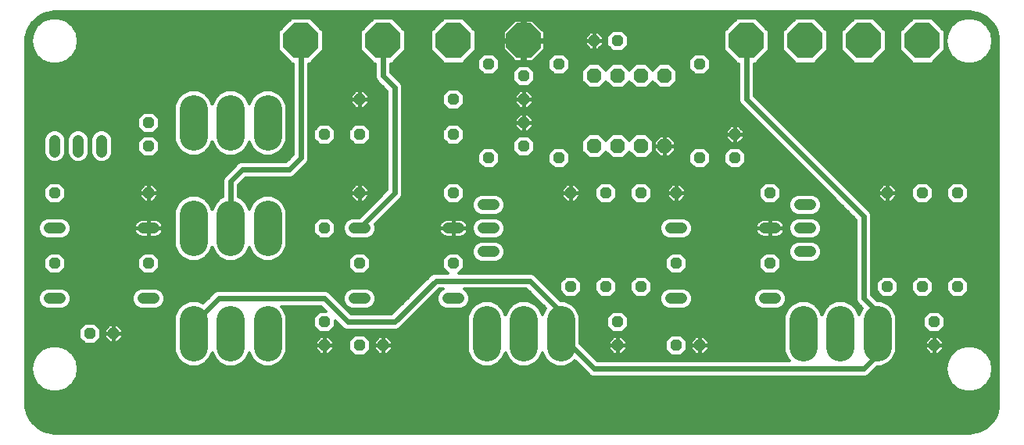
<source format=gbl>
G75*
G70*
%OFA0B0*%
%FSLAX24Y24*%
%IPPOS*%
%LPD*%
%AMOC8*
5,1,8,0,0,1.08239X$1,22.5*
%
%ADD10OC8,0.0630*%
%ADD11OC8,0.0480*%
%ADD12C,0.1185*%
%ADD13C,0.0480*%
%ADD14OC8,0.1500*%
%ADD15C,0.0120*%
%ADD16C,0.0240*%
%ADD17C,0.0160*%
D10*
X026185Y013685D03*
X027185Y013685D03*
X028185Y013685D03*
X029185Y013685D03*
X029185Y016685D03*
X028185Y016685D03*
X027185Y016685D03*
X026185Y016685D03*
D11*
X024685Y017185D03*
X023185Y016685D03*
X021685Y017185D03*
X023185Y015685D03*
X023185Y014685D03*
X023185Y013685D03*
X024685Y013185D03*
X025185Y011685D03*
X026685Y011685D03*
X028185Y011685D03*
X029685Y011685D03*
X030685Y013185D03*
X032185Y013185D03*
X032185Y014185D03*
X033685Y011685D03*
X038685Y011685D03*
X040185Y011685D03*
X041685Y011685D03*
X033685Y008685D03*
X029685Y008685D03*
X028185Y007685D03*
X026685Y007685D03*
X025185Y007685D03*
X027185Y006185D03*
X027185Y005185D03*
X029685Y005185D03*
X030685Y005185D03*
X038685Y007685D03*
X040185Y007685D03*
X041685Y007685D03*
X040685Y006185D03*
X040685Y005185D03*
X021685Y013185D03*
X020185Y014185D03*
X020185Y015685D03*
X016185Y015685D03*
X016185Y014185D03*
X014685Y014185D03*
X016185Y011685D03*
X014685Y010185D03*
X016185Y008685D03*
X020185Y008685D03*
X014685Y006185D03*
X014685Y005185D03*
X016185Y005185D03*
X017185Y005185D03*
X007185Y008685D03*
X003185Y008685D03*
X003185Y011685D03*
X007185Y011685D03*
X007185Y013685D03*
X007185Y014685D03*
X020185Y011685D03*
X030685Y017185D03*
X027185Y018185D03*
X026185Y018185D03*
X005685Y005685D03*
X004685Y005685D03*
D12*
X009105Y005092D02*
X009105Y006277D01*
X010685Y006277D02*
X010685Y005092D01*
X012265Y005092D02*
X012265Y006277D01*
X012265Y009592D02*
X012265Y010777D01*
X010685Y010777D02*
X010685Y009592D01*
X009105Y009592D02*
X009105Y010777D01*
X009105Y014092D02*
X009105Y015277D01*
X010685Y015277D02*
X010685Y014092D01*
X012265Y014092D02*
X012265Y015277D01*
X021605Y006277D02*
X021605Y005092D01*
X023185Y005092D02*
X023185Y006277D01*
X024765Y006277D02*
X024765Y005092D01*
X035105Y005092D02*
X035105Y006277D01*
X036685Y006277D02*
X036685Y005092D01*
X038265Y005092D02*
X038265Y006277D01*
D13*
X033925Y007185D02*
X033445Y007185D01*
X029925Y007185D02*
X029445Y007185D01*
X034945Y009185D02*
X035425Y009185D01*
X035425Y010185D02*
X034945Y010185D01*
X033925Y010185D02*
X033445Y010185D01*
X034945Y011185D02*
X035425Y011185D01*
X029925Y010185D02*
X029445Y010185D01*
X021925Y010185D02*
X021445Y010185D01*
X020425Y010185D02*
X019945Y010185D01*
X021445Y011185D02*
X021925Y011185D01*
X021925Y009185D02*
X021445Y009185D01*
X020425Y007185D02*
X019945Y007185D01*
X016425Y007185D02*
X015945Y007185D01*
X015945Y010185D02*
X016425Y010185D01*
X007425Y010185D02*
X006945Y010185D01*
X003425Y010185D02*
X002945Y010185D01*
X002945Y007185D02*
X003425Y007185D01*
X006945Y007185D02*
X007425Y007185D01*
X005185Y013445D02*
X005185Y013925D01*
X004185Y013925D02*
X004185Y013445D01*
X003185Y013445D02*
X003185Y013925D01*
D14*
X013685Y018185D03*
X017185Y018185D03*
X020185Y018185D03*
X023185Y018185D03*
X032685Y018185D03*
X035185Y018185D03*
X037685Y018185D03*
X040185Y018185D03*
D15*
X003023Y001455D02*
X002710Y001539D01*
X002430Y001701D01*
X002201Y001930D01*
X002039Y002210D01*
X001955Y002523D01*
X001945Y002685D01*
X001945Y002737D01*
X001945Y018133D01*
X001945Y018185D01*
X001955Y018347D01*
X002039Y018659D01*
X002201Y018940D01*
X002430Y019169D01*
X002710Y019330D01*
X003023Y019414D01*
X003185Y019425D01*
X003237Y019425D01*
X042133Y019425D01*
X042185Y019425D01*
X042347Y019414D01*
X042659Y019330D01*
X042940Y019169D01*
X043169Y018940D01*
X043330Y018659D01*
X043414Y018347D01*
X043425Y018185D01*
X043425Y018133D01*
X043425Y002737D01*
X043425Y002685D01*
X043414Y002523D01*
X043331Y002210D01*
X043330Y002210D01*
X043169Y001930D01*
X042940Y001701D01*
X042659Y001539D01*
X042347Y001455D01*
X042185Y001445D01*
X042133Y001445D01*
X003237Y001445D01*
X003185Y001445D01*
X003023Y001455D01*
X002763Y001525D02*
X042607Y001525D01*
X042841Y001644D02*
X002529Y001644D01*
X002369Y001762D02*
X043001Y001762D01*
X043120Y001881D02*
X002250Y001881D01*
X002161Y001999D02*
X043209Y001999D01*
X043277Y002118D02*
X002093Y002118D01*
X002032Y002237D02*
X043338Y002237D01*
X043369Y002355D02*
X002000Y002355D01*
X001969Y002474D02*
X043401Y002474D01*
X043419Y002592D02*
X001951Y002592D01*
X001945Y002711D02*
X043425Y002711D01*
X043425Y002829D02*
X001945Y002829D01*
X001945Y002948D02*
X043425Y002948D01*
X043425Y003066D02*
X001945Y003066D01*
X001945Y003185D02*
X043425Y003185D01*
X043425Y003303D02*
X042657Y003303D01*
X042687Y003314D02*
X042687Y003314D01*
X042359Y003195D01*
X042359Y003195D01*
X042237Y003195D01*
X042237Y003195D01*
X042202Y003195D01*
X042185Y003195D01*
X042133Y003195D01*
X042133Y003195D01*
X042010Y003195D01*
X042010Y003195D01*
X041682Y003314D01*
X041682Y003314D01*
X041415Y003539D01*
X041415Y003539D01*
X041240Y003841D01*
X041240Y003841D01*
X041180Y004185D01*
X041180Y004185D01*
X041240Y004529D01*
X041415Y004831D01*
X041415Y004831D01*
X041682Y005055D01*
X041682Y005055D01*
X042010Y005175D01*
X042010Y005175D01*
X042133Y005175D01*
X042133Y005175D01*
X042185Y005175D01*
X042185Y005175D01*
X042237Y005175D01*
X042237Y005175D01*
X042359Y005175D01*
X042359Y005175D01*
X042687Y005055D01*
X042687Y005055D01*
X042955Y004831D01*
X042955Y004831D01*
X043129Y004529D01*
X043129Y004529D01*
X043190Y004185D01*
X043190Y004185D01*
X043129Y003841D01*
X043129Y003841D01*
X042955Y003539D01*
X042955Y003539D01*
X042955Y003539D01*
X042687Y003314D01*
X042816Y003422D02*
X043425Y003422D01*
X043425Y003541D02*
X042956Y003541D01*
X043024Y003659D02*
X043425Y003659D01*
X043425Y003778D02*
X043093Y003778D01*
X043139Y003896D02*
X043425Y003896D01*
X043425Y004015D02*
X043160Y004015D01*
X043181Y004133D02*
X043425Y004133D01*
X043425Y004252D02*
X043178Y004252D01*
X043157Y004370D02*
X043425Y004370D01*
X043425Y004489D02*
X043136Y004489D01*
X043084Y004607D02*
X043425Y004607D01*
X043425Y004726D02*
X043016Y004726D01*
X042939Y004844D02*
X043425Y004844D01*
X043425Y004963D02*
X042798Y004963D01*
X042616Y005082D02*
X043425Y005082D01*
X043425Y005200D02*
X040705Y005200D01*
X040705Y005205D02*
X041065Y005205D01*
X041065Y005342D01*
X040842Y005565D01*
X040705Y005565D01*
X040705Y005205D01*
X040665Y005205D01*
X040665Y005565D01*
X040527Y005565D01*
X040305Y005342D01*
X040305Y005205D01*
X040665Y005205D01*
X040665Y005165D01*
X040305Y005165D01*
X040305Y005027D01*
X040527Y004805D01*
X040665Y004805D01*
X040665Y005165D01*
X040705Y005165D01*
X040705Y005205D01*
X040705Y005165D02*
X041065Y005165D01*
X041065Y005027D01*
X040842Y004805D01*
X040705Y004805D01*
X040705Y005165D01*
X040665Y005200D02*
X039077Y005200D01*
X039077Y005082D02*
X040305Y005082D01*
X040369Y004963D02*
X039077Y004963D01*
X039077Y004931D02*
X039077Y006439D01*
X038954Y006738D01*
X038725Y006966D01*
X038426Y007090D01*
X038261Y007090D01*
X038025Y007326D01*
X038025Y010617D01*
X038025Y010753D01*
X037973Y010877D01*
X033025Y015826D01*
X033025Y017215D01*
X033087Y017215D01*
X033655Y017783D01*
X033655Y018587D01*
X033087Y019155D01*
X032283Y019155D01*
X031715Y018587D01*
X031715Y017783D01*
X032283Y017215D01*
X032345Y017215D01*
X032345Y015753D01*
X032345Y015617D01*
X032397Y015492D01*
X037345Y010544D01*
X037345Y007117D01*
X037397Y006992D01*
X037492Y006897D01*
X037614Y006775D01*
X037576Y006738D01*
X037475Y006493D01*
X037374Y006738D01*
X037145Y006966D01*
X036846Y007090D01*
X036523Y007090D01*
X036225Y006966D01*
X035996Y006738D01*
X035895Y006493D01*
X035794Y006738D01*
X035565Y006966D01*
X035266Y007090D01*
X034943Y007090D01*
X034645Y006966D01*
X034416Y006738D01*
X034292Y006439D01*
X034292Y004931D01*
X034416Y004632D01*
X034523Y004525D01*
X026326Y004525D01*
X025577Y005273D01*
X025577Y006439D01*
X025454Y006738D01*
X025225Y006966D01*
X024926Y007090D01*
X024761Y007090D01*
X023627Y008223D01*
X023503Y008275D01*
X023367Y008275D01*
X020425Y008275D01*
X020645Y008494D01*
X020645Y008875D01*
X021104Y008875D01*
X021055Y008924D02*
X021184Y008795D01*
X021353Y008725D01*
X022016Y008725D01*
X022185Y008795D01*
X022315Y008924D01*
X022385Y009093D01*
X022385Y009276D01*
X022315Y009445D01*
X022185Y009575D01*
X022016Y009645D01*
X021353Y009645D01*
X021184Y009575D01*
X021055Y009445D01*
X020985Y009276D01*
X020985Y009093D01*
X021055Y008924D01*
X021026Y008994D02*
X020527Y008994D01*
X020645Y008875D02*
X020375Y009145D01*
X019994Y009145D01*
X019725Y008875D01*
X016645Y008875D01*
X016375Y009145D01*
X015994Y009145D01*
X015725Y008875D01*
X012656Y008875D01*
X012725Y008904D02*
X012426Y008780D01*
X012103Y008780D01*
X011805Y008904D01*
X011576Y009132D01*
X011475Y009376D01*
X011374Y009132D01*
X011145Y008904D01*
X010846Y008780D01*
X010523Y008780D01*
X010225Y008904D01*
X009996Y009132D01*
X009895Y009376D01*
X009794Y009132D01*
X009565Y008904D01*
X009266Y008780D01*
X008943Y008780D01*
X008645Y008904D01*
X008416Y009132D01*
X008292Y009431D01*
X008292Y010939D01*
X008416Y011238D01*
X008645Y011466D01*
X008943Y011590D01*
X009266Y011590D01*
X009565Y011466D01*
X009794Y011238D01*
X009895Y010993D01*
X009996Y011238D01*
X010225Y011466D01*
X010345Y011516D01*
X010345Y012117D01*
X010345Y012253D01*
X010397Y012377D01*
X010992Y012973D01*
X011117Y013025D01*
X011253Y013025D01*
X013044Y013025D01*
X013345Y013326D01*
X013345Y017215D01*
X013283Y017215D01*
X012715Y017783D01*
X012715Y018587D01*
X013283Y019155D01*
X014087Y019155D01*
X014655Y018587D01*
X014655Y017783D01*
X014087Y017215D01*
X014025Y017215D01*
X014025Y013117D01*
X013973Y012992D01*
X013877Y012897D01*
X013877Y012897D01*
X013377Y012397D01*
X013253Y012345D01*
X013117Y012345D01*
X011326Y012345D01*
X011025Y012044D01*
X011025Y011516D01*
X011145Y011466D01*
X011374Y011238D01*
X011475Y010993D01*
X011576Y011238D01*
X011805Y011466D01*
X012103Y011590D01*
X012426Y011590D01*
X012725Y011466D01*
X012954Y011238D01*
X013077Y010939D01*
X013077Y009431D01*
X012954Y009132D01*
X012725Y008904D01*
X012815Y008994D02*
X015843Y008994D01*
X015962Y009112D02*
X012934Y009112D01*
X012994Y009231D02*
X020985Y009231D01*
X020985Y009112D02*
X020408Y009112D01*
X020645Y008756D02*
X021277Y008756D01*
X020645Y008638D02*
X029225Y008638D01*
X029225Y008756D02*
X022092Y008756D01*
X022265Y008875D02*
X029225Y008875D01*
X029225Y008494D01*
X029494Y008225D01*
X029875Y008225D01*
X030145Y008494D01*
X030145Y008875D01*
X033225Y008875D01*
X033225Y008494D01*
X033494Y008225D01*
X033875Y008225D01*
X034145Y008494D01*
X034145Y008875D01*
X034604Y008875D01*
X034555Y008924D02*
X034684Y008795D01*
X034853Y008725D01*
X035516Y008725D01*
X035685Y008795D01*
X035815Y008924D01*
X035885Y009093D01*
X035885Y009276D01*
X035815Y009445D01*
X035685Y009575D01*
X035516Y009645D01*
X034853Y009645D01*
X034684Y009575D01*
X034555Y009445D01*
X034485Y009276D01*
X034485Y009093D01*
X034555Y008924D01*
X034526Y008994D02*
X034027Y008994D01*
X034145Y008875D02*
X033875Y009145D01*
X033494Y009145D01*
X033225Y008875D01*
X033225Y008756D02*
X030145Y008756D01*
X030145Y008638D02*
X033225Y008638D01*
X033225Y008519D02*
X030145Y008519D01*
X030051Y008401D02*
X033318Y008401D01*
X033437Y008282D02*
X029933Y008282D01*
X029437Y008282D02*
X020433Y008282D01*
X020551Y008401D02*
X029318Y008401D01*
X029225Y008519D02*
X020645Y008519D01*
X019944Y008275D02*
X019367Y008275D01*
X019242Y008223D01*
X019147Y008127D01*
X017544Y006525D01*
X015826Y006525D01*
X014973Y007377D01*
X014877Y007473D01*
X014753Y007525D01*
X010253Y007525D01*
X010117Y007525D01*
X009992Y007473D01*
X009509Y006989D01*
X009266Y007090D01*
X008943Y007090D01*
X008645Y006966D01*
X008416Y006738D01*
X008292Y006439D01*
X008292Y004931D01*
X008416Y004632D01*
X008645Y004404D01*
X008943Y004280D01*
X009266Y004280D01*
X009565Y004404D01*
X009794Y004632D01*
X009895Y004876D01*
X009996Y004632D01*
X010225Y004404D01*
X010523Y004280D01*
X010846Y004280D01*
X011145Y004404D01*
X011374Y004632D01*
X011475Y004876D01*
X011576Y004632D01*
X011805Y004404D01*
X012103Y004280D01*
X012426Y004280D01*
X012725Y004404D01*
X012954Y004632D01*
X013077Y004931D01*
X013077Y006439D01*
X012954Y006738D01*
X012846Y006845D01*
X014544Y006845D01*
X014744Y006645D01*
X014494Y006645D01*
X014225Y006375D01*
X014225Y005994D01*
X014494Y005725D01*
X014875Y005725D01*
X015145Y005994D01*
X015145Y006244D01*
X015492Y005897D01*
X015617Y005845D01*
X015753Y005845D01*
X017617Y005845D01*
X017753Y005845D01*
X017877Y005897D01*
X019576Y007595D01*
X019733Y007595D01*
X019684Y007575D01*
X019555Y007445D01*
X019485Y007276D01*
X019485Y007093D01*
X019555Y006924D01*
X019684Y006795D01*
X019853Y006725D01*
X020516Y006725D01*
X020685Y006795D01*
X020815Y006924D01*
X020885Y007093D01*
X020885Y007276D01*
X020815Y007445D01*
X020685Y007575D01*
X020637Y007595D01*
X023294Y007595D01*
X024114Y006775D01*
X024076Y006738D01*
X023975Y006493D01*
X023874Y006738D01*
X023645Y006966D01*
X023346Y007090D01*
X023023Y007090D01*
X022725Y006966D01*
X022496Y006738D01*
X022395Y006493D01*
X022294Y006738D01*
X022065Y006966D01*
X021766Y007090D01*
X021443Y007090D01*
X021145Y006966D01*
X020916Y006738D01*
X020792Y006439D01*
X020792Y004931D01*
X020916Y004632D01*
X021145Y004404D01*
X021443Y004280D01*
X021766Y004280D01*
X022065Y004404D01*
X022294Y004632D01*
X022395Y004876D01*
X022496Y004632D01*
X022725Y004404D01*
X023023Y004280D01*
X023346Y004280D01*
X023645Y004404D01*
X023874Y004632D01*
X023975Y004876D01*
X024076Y004632D01*
X024305Y004404D01*
X024603Y004280D01*
X024926Y004280D01*
X025225Y004404D01*
X025355Y004534D01*
X025897Y003992D01*
X025992Y003897D01*
X026117Y003845D01*
X037617Y003845D01*
X037753Y003845D01*
X037877Y003897D01*
X038261Y004280D01*
X038426Y004280D01*
X038725Y004404D01*
X038954Y004632D01*
X039077Y004931D01*
X039042Y004844D02*
X040488Y004844D01*
X040665Y004844D02*
X040705Y004844D01*
X040705Y004963D02*
X040665Y004963D01*
X040665Y005082D02*
X040705Y005082D01*
X040705Y005319D02*
X040665Y005319D01*
X040665Y005437D02*
X040705Y005437D01*
X040705Y005556D02*
X040665Y005556D01*
X040518Y005556D02*
X039077Y005556D01*
X039077Y005674D02*
X043425Y005674D01*
X043425Y005556D02*
X040851Y005556D01*
X040970Y005437D02*
X043425Y005437D01*
X043425Y005319D02*
X041065Y005319D01*
X041065Y005082D02*
X041754Y005082D01*
X041572Y004963D02*
X041000Y004963D01*
X040882Y004844D02*
X041431Y004844D01*
X041354Y004726D02*
X038993Y004726D01*
X038929Y004607D02*
X041286Y004607D01*
X041233Y004489D02*
X038810Y004489D01*
X038645Y004370D02*
X041212Y004370D01*
X041191Y004252D02*
X038233Y004252D01*
X038114Y004133D02*
X041189Y004133D01*
X041210Y004015D02*
X037995Y004015D01*
X037876Y003896D02*
X041231Y003896D01*
X041277Y003778D02*
X004093Y003778D01*
X004129Y003841D02*
X004129Y003841D01*
X004190Y004185D01*
X004129Y004529D01*
X003955Y004831D01*
X003687Y005055D01*
X003359Y005175D01*
X003237Y005175D01*
X003185Y005175D01*
X003184Y005175D01*
X003133Y005175D01*
X003133Y005175D01*
X003010Y005175D01*
X002682Y005055D01*
X002415Y004831D01*
X002415Y004831D01*
X002240Y004529D01*
X002240Y004529D01*
X002180Y004185D01*
X002240Y003841D01*
X002415Y003539D01*
X002415Y003539D01*
X002682Y003314D01*
X003010Y003195D01*
X003010Y003195D01*
X003133Y003195D01*
X003133Y003195D01*
X003158Y003195D01*
X003185Y003195D01*
X003237Y003195D01*
X003359Y003195D01*
X003359Y003195D01*
X003687Y003314D01*
X003687Y003314D01*
X003955Y003539D01*
X004129Y003841D01*
X004139Y003896D02*
X025994Y003896D01*
X025874Y004015D02*
X004160Y004015D01*
X004181Y004133D02*
X025756Y004133D01*
X025637Y004252D02*
X004178Y004252D01*
X004190Y004185D02*
X004190Y004185D01*
X004157Y004370D02*
X008725Y004370D01*
X008559Y004489D02*
X004136Y004489D01*
X004129Y004529D02*
X004129Y004529D01*
X004084Y004607D02*
X008441Y004607D01*
X008377Y004726D02*
X004016Y004726D01*
X003955Y004831D02*
X003955Y004831D01*
X003939Y004844D02*
X008328Y004844D01*
X008292Y004963D02*
X003798Y004963D01*
X003687Y005055D02*
X003687Y005055D01*
X003616Y005082D02*
X008292Y005082D01*
X008292Y005200D02*
X001945Y005200D01*
X001945Y005082D02*
X002754Y005082D01*
X002682Y005055D02*
X002682Y005055D01*
X002572Y004963D02*
X001945Y004963D01*
X001945Y004844D02*
X002431Y004844D01*
X002415Y004831D02*
X002415Y004831D01*
X002354Y004726D02*
X001945Y004726D01*
X001945Y004607D02*
X002286Y004607D01*
X002233Y004489D02*
X001945Y004489D01*
X001945Y004370D02*
X002212Y004370D01*
X002191Y004252D02*
X001945Y004252D01*
X001945Y004133D02*
X002189Y004133D01*
X002180Y004185D02*
X002180Y004185D01*
X002210Y004015D02*
X001945Y004015D01*
X001945Y003896D02*
X002231Y003896D01*
X002240Y003841D02*
X002240Y003841D01*
X002277Y003778D02*
X001945Y003778D01*
X001945Y003659D02*
X002345Y003659D01*
X002414Y003541D02*
X001945Y003541D01*
X001945Y003422D02*
X002554Y003422D01*
X002682Y003314D02*
X002682Y003314D01*
X002712Y003303D02*
X001945Y003303D01*
X003237Y003195D02*
X003237Y003195D01*
X003657Y003303D02*
X041712Y003303D01*
X041554Y003422D02*
X003816Y003422D01*
X003955Y003539D02*
X003955Y003539D01*
X003955Y003539D01*
X003956Y003541D02*
X041414Y003541D01*
X041345Y003659D02*
X004024Y003659D01*
X004494Y005225D02*
X004875Y005225D01*
X005145Y005494D01*
X005145Y005875D01*
X004875Y006145D01*
X004494Y006145D01*
X004225Y005875D01*
X004225Y005494D01*
X004494Y005225D01*
X004401Y005319D02*
X001945Y005319D01*
X001945Y005437D02*
X004282Y005437D01*
X004225Y005556D02*
X001945Y005556D01*
X001945Y005674D02*
X004225Y005674D01*
X004225Y005793D02*
X001945Y005793D01*
X001945Y005911D02*
X004261Y005911D01*
X004379Y006030D02*
X001945Y006030D01*
X001945Y006148D02*
X008292Y006148D01*
X008292Y006030D02*
X005877Y006030D01*
X005842Y006065D02*
X005705Y006065D01*
X005705Y005705D01*
X006065Y005705D01*
X006065Y005842D01*
X005842Y006065D01*
X005705Y006030D02*
X005665Y006030D01*
X005665Y006065D02*
X005527Y006065D01*
X005305Y005842D01*
X005305Y005705D01*
X005665Y005705D01*
X005665Y006065D01*
X005665Y005911D02*
X005705Y005911D01*
X005705Y005793D02*
X005665Y005793D01*
X005665Y005705D02*
X005705Y005705D01*
X005705Y005665D01*
X006065Y005665D01*
X006065Y005527D01*
X005842Y005305D01*
X005705Y005305D01*
X005705Y005665D01*
X005665Y005665D01*
X005665Y005305D01*
X005527Y005305D01*
X005305Y005527D01*
X005305Y005665D01*
X005665Y005665D01*
X005665Y005705D01*
X005665Y005674D02*
X005145Y005674D01*
X005145Y005556D02*
X005305Y005556D01*
X005395Y005437D02*
X005088Y005437D01*
X004969Y005319D02*
X005514Y005319D01*
X005665Y005319D02*
X005705Y005319D01*
X005705Y005437D02*
X005665Y005437D01*
X005665Y005556D02*
X005705Y005556D01*
X005705Y005674D02*
X008292Y005674D01*
X008292Y005556D02*
X006065Y005556D01*
X005975Y005437D02*
X008292Y005437D01*
X008292Y005319D02*
X005856Y005319D01*
X006065Y005793D02*
X008292Y005793D01*
X008292Y005911D02*
X005996Y005911D01*
X005493Y006030D02*
X004990Y006030D01*
X005109Y005911D02*
X005374Y005911D01*
X005305Y005793D02*
X005145Y005793D01*
X003685Y006795D02*
X003516Y006725D01*
X002853Y006725D01*
X002684Y006795D01*
X002555Y006924D01*
X002485Y007093D01*
X002485Y007276D01*
X002555Y007445D01*
X002684Y007575D01*
X002853Y007645D01*
X003516Y007645D01*
X003685Y007575D01*
X003815Y007445D01*
X003885Y007276D01*
X003885Y007093D01*
X003815Y006924D01*
X003685Y006795D01*
X003750Y006860D02*
X006619Y006860D01*
X006555Y006924D02*
X006684Y006795D01*
X006853Y006725D01*
X007516Y006725D01*
X007685Y006795D01*
X007815Y006924D01*
X007885Y007093D01*
X007885Y007276D01*
X007815Y007445D01*
X007685Y007575D01*
X007516Y007645D01*
X006853Y007645D01*
X006684Y007575D01*
X006555Y007445D01*
X006485Y007276D01*
X006485Y007093D01*
X006555Y006924D01*
X006533Y006978D02*
X003837Y006978D01*
X003885Y007097D02*
X006485Y007097D01*
X006485Y007215D02*
X003885Y007215D01*
X003861Y007334D02*
X006509Y007334D01*
X006562Y007452D02*
X003808Y007452D01*
X003689Y007571D02*
X006680Y007571D01*
X007689Y007571D02*
X015680Y007571D01*
X015684Y007575D02*
X015555Y007445D01*
X015485Y007276D01*
X015485Y007093D01*
X015555Y006924D01*
X015684Y006795D01*
X015853Y006725D01*
X016516Y006725D01*
X016685Y006795D01*
X016815Y006924D01*
X016885Y007093D01*
X016885Y007276D01*
X016815Y007445D01*
X016685Y007575D01*
X016516Y007645D01*
X015853Y007645D01*
X015684Y007575D01*
X015562Y007452D02*
X014898Y007452D01*
X015017Y007334D02*
X015509Y007334D01*
X015485Y007215D02*
X015135Y007215D01*
X015254Y007097D02*
X015485Y007097D01*
X015533Y006978D02*
X015372Y006978D01*
X015491Y006860D02*
X015619Y006860D01*
X015609Y006741D02*
X015814Y006741D01*
X015728Y006623D02*
X017642Y006623D01*
X017760Y006741D02*
X016556Y006741D01*
X016750Y006860D02*
X017879Y006860D01*
X017997Y006978D02*
X016837Y006978D01*
X016885Y007097D02*
X018116Y007097D01*
X018235Y007215D02*
X016885Y007215D01*
X016861Y007334D02*
X018353Y007334D01*
X018472Y007452D02*
X016808Y007452D01*
X016689Y007571D02*
X018590Y007571D01*
X018709Y007690D02*
X001945Y007690D01*
X001945Y007808D02*
X018827Y007808D01*
X018946Y007927D02*
X001945Y007927D01*
X001945Y008045D02*
X019064Y008045D01*
X019183Y008164D02*
X001945Y008164D01*
X001945Y008282D02*
X002937Y008282D01*
X002994Y008225D02*
X003375Y008225D01*
X003645Y008494D01*
X003645Y008875D01*
X006725Y008875D01*
X006725Y008494D01*
X006994Y008225D01*
X007375Y008225D01*
X007645Y008494D01*
X007645Y008875D01*
X008714Y008875D01*
X008555Y008994D02*
X007527Y008994D01*
X007645Y008875D02*
X007375Y009145D01*
X006994Y009145D01*
X006725Y008875D01*
X006725Y008756D02*
X003645Y008756D01*
X003645Y008638D02*
X006725Y008638D01*
X006725Y008519D02*
X003645Y008519D01*
X003551Y008401D02*
X006818Y008401D01*
X006937Y008282D02*
X003433Y008282D01*
X002994Y008225D02*
X002725Y008494D01*
X002725Y008875D01*
X001945Y008875D01*
X001945Y008994D02*
X002843Y008994D01*
X002962Y009112D02*
X001945Y009112D01*
X001945Y009231D02*
X008375Y009231D01*
X008326Y009349D02*
X001945Y009349D01*
X001945Y009468D02*
X008292Y009468D01*
X008292Y009586D02*
X001945Y009586D01*
X001945Y009705D02*
X008292Y009705D01*
X008292Y009823D02*
X007545Y009823D01*
X007536Y009819D02*
X007605Y009848D01*
X007667Y009890D01*
X007720Y009943D01*
X007762Y010005D01*
X007790Y010074D01*
X007805Y010147D01*
X007805Y010165D01*
X007205Y010165D01*
X007205Y010205D01*
X007165Y010205D01*
X007165Y010565D01*
X006907Y010565D01*
X006834Y010550D01*
X006765Y010522D01*
X006703Y010480D01*
X006650Y010427D01*
X006608Y010365D01*
X006579Y010296D01*
X006565Y010222D01*
X006565Y010205D01*
X007165Y010205D01*
X007165Y010165D01*
X007205Y010165D01*
X007205Y009805D01*
X007462Y009805D01*
X007536Y009819D01*
X007719Y009942D02*
X008292Y009942D01*
X008292Y010060D02*
X007785Y010060D01*
X007805Y010205D02*
X007805Y010222D01*
X007790Y010296D01*
X007762Y010365D01*
X007720Y010427D01*
X007667Y010480D01*
X007605Y010522D01*
X007536Y010550D01*
X007462Y010565D01*
X007205Y010565D01*
X007205Y010205D01*
X007805Y010205D01*
X007790Y010297D02*
X008292Y010297D01*
X008292Y010179D02*
X007205Y010179D01*
X007165Y010179D02*
X003885Y010179D01*
X003885Y010093D02*
X003885Y010276D01*
X003815Y010445D01*
X003685Y010575D01*
X003516Y010645D01*
X002853Y010645D01*
X002684Y010575D01*
X002555Y010445D01*
X002485Y010276D01*
X002485Y010093D01*
X002555Y009924D01*
X002684Y009795D01*
X002853Y009725D01*
X003516Y009725D01*
X003685Y009795D01*
X003815Y009924D01*
X003885Y010093D01*
X003871Y010060D02*
X006585Y010060D01*
X006579Y010074D02*
X006608Y010005D01*
X006650Y009943D01*
X006703Y009890D01*
X006765Y009848D01*
X006834Y009819D01*
X006907Y009805D01*
X007165Y009805D01*
X007165Y010165D01*
X006565Y010165D01*
X006565Y010147D01*
X006579Y010074D01*
X006651Y009942D02*
X003822Y009942D01*
X003714Y009823D02*
X006825Y009823D01*
X007165Y009823D02*
X007205Y009823D01*
X007205Y009942D02*
X007165Y009942D01*
X007165Y010060D02*
X007205Y010060D01*
X007205Y010297D02*
X007165Y010297D01*
X007165Y010416D02*
X007205Y010416D01*
X007205Y010535D02*
X007165Y010535D01*
X006796Y010535D02*
X003726Y010535D01*
X003827Y010416D02*
X006642Y010416D01*
X006580Y010297D02*
X003876Y010297D01*
X002644Y010535D02*
X001945Y010535D01*
X001945Y010653D02*
X008292Y010653D01*
X008292Y010535D02*
X007574Y010535D01*
X007727Y010416D02*
X008292Y010416D01*
X008292Y010772D02*
X001945Y010772D01*
X001945Y010890D02*
X008292Y010890D01*
X008321Y011009D02*
X001945Y011009D01*
X001945Y011127D02*
X008370Y011127D01*
X008424Y011246D02*
X003396Y011246D01*
X003375Y011225D02*
X003645Y011494D01*
X003645Y011875D01*
X003375Y012145D01*
X002994Y012145D01*
X002725Y011875D01*
X002725Y011494D01*
X002994Y011225D01*
X003375Y011225D01*
X003515Y011364D02*
X006968Y011364D01*
X007027Y011305D02*
X007165Y011305D01*
X007165Y011665D01*
X007205Y011665D01*
X007205Y011705D01*
X007565Y011705D01*
X007565Y011842D01*
X007342Y012065D01*
X007205Y012065D01*
X007205Y011705D01*
X007165Y011705D01*
X007165Y012065D01*
X007027Y012065D01*
X006805Y011842D01*
X006805Y011705D01*
X007165Y011705D01*
X007165Y011665D01*
X006805Y011665D01*
X006805Y011527D01*
X007027Y011305D01*
X007165Y011364D02*
X007205Y011364D01*
X007205Y011305D02*
X007342Y011305D01*
X007565Y011527D01*
X007565Y011665D01*
X007205Y011665D01*
X007205Y011305D01*
X007205Y011483D02*
X007165Y011483D01*
X007165Y011601D02*
X007205Y011601D01*
X007205Y011720D02*
X007165Y011720D01*
X007165Y011839D02*
X007205Y011839D01*
X007205Y011957D02*
X007165Y011957D01*
X006920Y011957D02*
X003563Y011957D01*
X003645Y011839D02*
X006805Y011839D01*
X006805Y011720D02*
X003645Y011720D01*
X003645Y011601D02*
X006805Y011601D01*
X006849Y011483D02*
X003633Y011483D01*
X002973Y011246D02*
X001945Y011246D01*
X001945Y011364D02*
X002855Y011364D01*
X002736Y011483D02*
X001945Y011483D01*
X001945Y011601D02*
X002725Y011601D01*
X002725Y011720D02*
X001945Y011720D01*
X001945Y011839D02*
X002725Y011839D01*
X002807Y011957D02*
X001945Y011957D01*
X001945Y012076D02*
X002925Y012076D01*
X003445Y012076D02*
X010345Y012076D01*
X010345Y012194D02*
X001945Y012194D01*
X001945Y012313D02*
X010370Y012313D01*
X010450Y012431D02*
X001945Y012431D01*
X001945Y012550D02*
X010569Y012550D01*
X010688Y012668D02*
X001945Y012668D01*
X001945Y012787D02*
X010806Y012787D01*
X010925Y012905D02*
X001945Y012905D01*
X001945Y013024D02*
X002999Y013024D01*
X002924Y013055D02*
X003093Y012985D01*
X003276Y012985D01*
X003445Y013055D01*
X003575Y013184D01*
X003645Y013353D01*
X003645Y014016D01*
X003575Y014185D01*
X003445Y014315D01*
X003276Y014385D01*
X003093Y014385D01*
X002924Y014315D01*
X002795Y014185D01*
X002725Y014016D01*
X002725Y013353D01*
X002795Y013184D01*
X002924Y013055D01*
X002837Y013143D02*
X001945Y013143D01*
X001945Y013261D02*
X002763Y013261D01*
X002725Y013380D02*
X001945Y013380D01*
X001945Y013498D02*
X002725Y013498D01*
X002725Y013617D02*
X001945Y013617D01*
X001945Y013735D02*
X002725Y013735D01*
X002725Y013854D02*
X001945Y013854D01*
X001945Y013972D02*
X002725Y013972D01*
X002756Y014091D02*
X001945Y014091D01*
X001945Y014209D02*
X002819Y014209D01*
X002956Y014328D02*
X001945Y014328D01*
X001945Y014446D02*
X006773Y014446D01*
X006725Y014494D02*
X006994Y014225D01*
X007375Y014225D01*
X007645Y014494D01*
X007645Y014875D01*
X007375Y015145D01*
X006994Y015145D01*
X006725Y014875D01*
X006725Y014494D01*
X006725Y014565D02*
X001945Y014565D01*
X001945Y014684D02*
X006725Y014684D01*
X006725Y014802D02*
X001945Y014802D01*
X001945Y014921D02*
X006770Y014921D01*
X006889Y015039D02*
X001945Y015039D01*
X001945Y015158D02*
X008292Y015158D01*
X008292Y015276D02*
X001945Y015276D01*
X001945Y015395D02*
X008292Y015395D01*
X008292Y015439D02*
X008292Y013931D01*
X008416Y013632D01*
X008645Y013404D01*
X008943Y013280D01*
X009266Y013280D01*
X009565Y013404D01*
X009794Y013632D01*
X009895Y013876D01*
X009996Y013632D01*
X010225Y013404D01*
X010523Y013280D01*
X010846Y013280D01*
X011145Y013404D01*
X011374Y013632D01*
X011475Y013876D01*
X011576Y013632D01*
X011805Y013404D01*
X012103Y013280D01*
X012426Y013280D01*
X012725Y013404D01*
X012954Y013632D01*
X013077Y013931D01*
X013077Y015439D01*
X012954Y015738D01*
X012725Y015966D01*
X012426Y016090D01*
X012103Y016090D01*
X011805Y015966D01*
X011576Y015738D01*
X011475Y015493D01*
X011374Y015738D01*
X011145Y015966D01*
X010846Y016090D01*
X010523Y016090D01*
X010225Y015966D01*
X009996Y015738D01*
X009895Y015493D01*
X009794Y015738D01*
X009565Y015966D01*
X009266Y016090D01*
X008943Y016090D01*
X008645Y015966D01*
X008416Y015738D01*
X008292Y015439D01*
X008323Y015513D02*
X001945Y015513D01*
X001945Y015632D02*
X008372Y015632D01*
X008429Y015750D02*
X001945Y015750D01*
X001945Y015869D02*
X008547Y015869D01*
X008696Y015988D02*
X001945Y015988D01*
X001945Y016106D02*
X013345Y016106D01*
X013345Y015988D02*
X012674Y015988D01*
X012822Y015869D02*
X013345Y015869D01*
X013345Y015750D02*
X012941Y015750D01*
X012997Y015632D02*
X013345Y015632D01*
X013345Y015513D02*
X013047Y015513D01*
X013077Y015395D02*
X013345Y015395D01*
X013345Y015276D02*
X013077Y015276D01*
X013077Y015158D02*
X013345Y015158D01*
X013345Y015039D02*
X013077Y015039D01*
X013077Y014921D02*
X013345Y014921D01*
X013345Y014802D02*
X013077Y014802D01*
X013077Y014684D02*
X013345Y014684D01*
X013345Y014565D02*
X013077Y014565D01*
X013077Y014446D02*
X013345Y014446D01*
X013345Y014328D02*
X013077Y014328D01*
X013077Y014209D02*
X013345Y014209D01*
X013345Y014091D02*
X013077Y014091D01*
X013077Y013972D02*
X013345Y013972D01*
X013345Y013854D02*
X013045Y013854D01*
X012996Y013735D02*
X013345Y013735D01*
X013345Y013617D02*
X012938Y013617D01*
X012820Y013498D02*
X013345Y013498D01*
X013345Y013380D02*
X012667Y013380D01*
X011862Y013380D02*
X011087Y013380D01*
X011240Y013498D02*
X011710Y013498D01*
X011591Y013617D02*
X011358Y013617D01*
X011416Y013735D02*
X011533Y013735D01*
X011484Y013854D02*
X011465Y013854D01*
X010282Y013380D02*
X009507Y013380D01*
X009660Y013498D02*
X010130Y013498D01*
X010011Y013617D02*
X009778Y013617D01*
X009836Y013735D02*
X009953Y013735D01*
X009904Y013854D02*
X009885Y013854D01*
X008702Y013380D02*
X007530Y013380D01*
X007645Y013494D02*
X007375Y013225D01*
X006994Y013225D01*
X006725Y013494D01*
X006725Y013875D01*
X006994Y014145D01*
X007375Y014145D01*
X007645Y013875D01*
X007645Y013494D01*
X007645Y013498D02*
X008550Y013498D01*
X008431Y013617D02*
X007645Y013617D01*
X007645Y013735D02*
X008373Y013735D01*
X008324Y013854D02*
X007645Y013854D01*
X007548Y013972D02*
X008292Y013972D01*
X008292Y014091D02*
X007429Y014091D01*
X007478Y014328D02*
X008292Y014328D01*
X008292Y014446D02*
X007597Y014446D01*
X007645Y014565D02*
X008292Y014565D01*
X008292Y014684D02*
X007645Y014684D01*
X007645Y014802D02*
X008292Y014802D01*
X008292Y014921D02*
X007600Y014921D01*
X007481Y015039D02*
X008292Y015039D01*
X006891Y014328D02*
X005414Y014328D01*
X005445Y014315D02*
X005276Y014385D01*
X005093Y014385D01*
X004924Y014315D01*
X004795Y014185D01*
X004725Y014016D01*
X004725Y013353D01*
X004795Y013184D01*
X004924Y013055D01*
X005093Y012985D01*
X005276Y012985D01*
X005445Y013055D01*
X005575Y013184D01*
X005645Y013353D01*
X005645Y014016D01*
X005575Y014185D01*
X005445Y014315D01*
X005551Y014209D02*
X008292Y014209D01*
X006940Y014091D02*
X005614Y014091D01*
X005645Y013972D02*
X006822Y013972D01*
X006725Y013854D02*
X005645Y013854D01*
X005645Y013735D02*
X006725Y013735D01*
X006725Y013617D02*
X005645Y013617D01*
X005645Y013498D02*
X006725Y013498D01*
X006840Y013380D02*
X005645Y013380D01*
X005607Y013261D02*
X006958Y013261D01*
X007412Y013261D02*
X013280Y013261D01*
X013162Y013143D02*
X005533Y013143D01*
X005371Y013024D02*
X011115Y013024D01*
X011294Y012313D02*
X017345Y012313D01*
X017345Y012431D02*
X013412Y012431D01*
X013531Y012550D02*
X017345Y012550D01*
X017345Y012668D02*
X013649Y012668D01*
X013768Y012787D02*
X017345Y012787D01*
X017345Y012905D02*
X013886Y012905D01*
X013986Y013024D02*
X017345Y013024D01*
X017345Y013143D02*
X014025Y013143D01*
X014025Y013261D02*
X017345Y013261D01*
X017345Y013380D02*
X014025Y013380D01*
X014025Y013498D02*
X017345Y013498D01*
X017345Y013617D02*
X014025Y013617D01*
X014025Y013735D02*
X014484Y013735D01*
X014494Y013725D02*
X014875Y013725D01*
X015145Y013994D01*
X015145Y014375D01*
X014875Y014645D01*
X014494Y014645D01*
X014225Y014375D01*
X014225Y013994D01*
X014494Y013725D01*
X014365Y013854D02*
X014025Y013854D01*
X014025Y013972D02*
X014247Y013972D01*
X014225Y014091D02*
X014025Y014091D01*
X014025Y014209D02*
X014225Y014209D01*
X014225Y014328D02*
X014025Y014328D01*
X014025Y014446D02*
X014296Y014446D01*
X014415Y014565D02*
X014025Y014565D01*
X014025Y014684D02*
X017345Y014684D01*
X017345Y014802D02*
X014025Y014802D01*
X014025Y014921D02*
X017345Y014921D01*
X017345Y015039D02*
X014025Y015039D01*
X014025Y015158D02*
X017345Y015158D01*
X017345Y015276D02*
X014025Y015276D01*
X014025Y015395D02*
X015938Y015395D01*
X016027Y015305D02*
X016165Y015305D01*
X016165Y015665D01*
X016205Y015665D01*
X016205Y015705D01*
X016565Y015705D01*
X016565Y015842D01*
X016342Y016065D01*
X016205Y016065D01*
X016205Y015705D01*
X016165Y015705D01*
X016165Y016065D01*
X016027Y016065D01*
X015805Y015842D01*
X015805Y015705D01*
X016165Y015705D01*
X016165Y015665D01*
X015805Y015665D01*
X015805Y015527D01*
X016027Y015305D01*
X016165Y015395D02*
X016205Y015395D01*
X016205Y015305D02*
X016342Y015305D01*
X016565Y015527D01*
X016565Y015665D01*
X016205Y015665D01*
X016205Y015305D01*
X016205Y015513D02*
X016165Y015513D01*
X016165Y015632D02*
X016205Y015632D01*
X016205Y015750D02*
X016165Y015750D01*
X016165Y015869D02*
X016205Y015869D01*
X016205Y015988D02*
X016165Y015988D01*
X015950Y015988D02*
X014025Y015988D01*
X014025Y016106D02*
X017283Y016106D01*
X017345Y016044D02*
X017345Y011826D01*
X016164Y010645D01*
X015853Y010645D01*
X015684Y010575D01*
X015555Y010445D01*
X015485Y010276D01*
X015485Y010093D01*
X015555Y009924D01*
X015684Y009795D01*
X015853Y009725D01*
X016516Y009725D01*
X016685Y009795D01*
X016815Y009924D01*
X016885Y010093D01*
X016885Y010276D01*
X016847Y010367D01*
X017877Y011397D01*
X017973Y011492D01*
X018025Y011617D01*
X018025Y016117D01*
X018025Y016253D01*
X017973Y016377D01*
X017525Y016826D01*
X017525Y017215D01*
X017587Y017215D01*
X018155Y017783D01*
X018155Y018587D01*
X017587Y019155D01*
X016783Y019155D01*
X016215Y018587D01*
X016215Y017783D01*
X016783Y017215D01*
X016845Y017215D01*
X016845Y016617D01*
X016897Y016492D01*
X016992Y016397D01*
X017345Y016044D01*
X017345Y015988D02*
X016420Y015988D01*
X016538Y015869D02*
X017345Y015869D01*
X017345Y015750D02*
X016565Y015750D01*
X016565Y015632D02*
X017345Y015632D01*
X017345Y015513D02*
X016551Y015513D01*
X016432Y015395D02*
X017345Y015395D01*
X018025Y015395D02*
X019824Y015395D01*
X019725Y015494D02*
X019994Y015225D01*
X020375Y015225D01*
X020645Y015494D01*
X020645Y015875D01*
X020375Y016145D01*
X019994Y016145D01*
X019725Y015875D01*
X019725Y015494D01*
X019725Y015513D02*
X018025Y015513D01*
X018025Y015632D02*
X019725Y015632D01*
X019725Y015750D02*
X018025Y015750D01*
X018025Y015869D02*
X019725Y015869D01*
X019837Y015988D02*
X018025Y015988D01*
X018025Y016106D02*
X019956Y016106D01*
X020414Y016106D02*
X032345Y016106D01*
X032345Y015988D02*
X023420Y015988D01*
X023342Y016065D02*
X023205Y016065D01*
X023205Y015705D01*
X023165Y015705D01*
X023165Y016065D01*
X023027Y016065D01*
X022805Y015842D01*
X022805Y015705D01*
X023165Y015705D01*
X023165Y015665D01*
X022805Y015665D01*
X022805Y015527D01*
X023027Y015305D01*
X023165Y015305D01*
X023165Y015665D01*
X023205Y015665D01*
X023205Y015705D01*
X023565Y015705D01*
X023565Y015842D01*
X023342Y016065D01*
X023205Y015988D02*
X023165Y015988D01*
X023165Y015869D02*
X023205Y015869D01*
X023205Y015750D02*
X023165Y015750D01*
X023205Y015665D02*
X023565Y015665D01*
X023565Y015527D01*
X023342Y015305D01*
X023205Y015305D01*
X023205Y015665D01*
X023205Y015632D02*
X023165Y015632D01*
X023165Y015513D02*
X023205Y015513D01*
X023205Y015395D02*
X023165Y015395D01*
X022938Y015395D02*
X020545Y015395D01*
X020645Y015513D02*
X022819Y015513D01*
X022805Y015632D02*
X020645Y015632D01*
X020645Y015750D02*
X022805Y015750D01*
X022832Y015869D02*
X020645Y015869D01*
X020533Y015988D02*
X022950Y015988D01*
X022994Y016225D02*
X023375Y016225D01*
X023645Y016494D01*
X023645Y016875D01*
X023375Y017145D01*
X022994Y017145D01*
X022725Y016875D01*
X022725Y016494D01*
X022994Y016225D01*
X022876Y016343D02*
X017987Y016343D01*
X018025Y016225D02*
X025889Y016225D01*
X025963Y016150D02*
X025650Y016463D01*
X025650Y016906D01*
X025963Y017220D01*
X026406Y017220D01*
X026685Y016941D01*
X026963Y017220D01*
X027406Y017220D01*
X027685Y016941D01*
X027963Y017220D01*
X028406Y017220D01*
X028685Y016941D01*
X028963Y017220D01*
X029406Y017220D01*
X029720Y016906D01*
X029720Y016463D01*
X029406Y016150D01*
X028963Y016150D01*
X028685Y016428D01*
X028406Y016150D01*
X027963Y016150D01*
X027685Y016428D01*
X027406Y016150D01*
X026963Y016150D01*
X026685Y016428D01*
X026406Y016150D01*
X025963Y016150D01*
X025770Y016343D02*
X023494Y016343D01*
X023612Y016462D02*
X025651Y016462D01*
X025650Y016580D02*
X023645Y016580D01*
X023645Y016699D02*
X025650Y016699D01*
X025650Y016817D02*
X024968Y016817D01*
X024875Y016725D02*
X025145Y016994D01*
X025145Y017375D01*
X024875Y017645D01*
X024494Y017645D01*
X024225Y017375D01*
X024225Y016994D01*
X024494Y016725D01*
X024875Y016725D01*
X025086Y016936D02*
X025679Y016936D01*
X025798Y017054D02*
X025145Y017054D01*
X025145Y017173D02*
X025916Y017173D01*
X026453Y017173D02*
X026916Y017173D01*
X026798Y017054D02*
X026572Y017054D01*
X027453Y017173D02*
X027916Y017173D01*
X027798Y017054D02*
X027572Y017054D01*
X028453Y017173D02*
X028916Y017173D01*
X028798Y017054D02*
X028572Y017054D01*
X029453Y017173D02*
X030225Y017173D01*
X030225Y017054D02*
X029572Y017054D01*
X029690Y016936D02*
X030283Y016936D01*
X030225Y016994D02*
X030494Y016725D01*
X030875Y016725D01*
X031145Y016994D01*
X031145Y017375D01*
X030875Y017645D01*
X030494Y017645D01*
X030225Y017375D01*
X030225Y016994D01*
X030402Y016817D02*
X029720Y016817D01*
X029720Y016699D02*
X032345Y016699D01*
X032345Y016817D02*
X030968Y016817D01*
X031086Y016936D02*
X032345Y016936D01*
X032345Y017054D02*
X031145Y017054D01*
X031145Y017173D02*
X032345Y017173D01*
X032206Y017292D02*
X031145Y017292D01*
X031110Y017410D02*
X032088Y017410D01*
X031969Y017529D02*
X030992Y017529D01*
X031732Y017766D02*
X027416Y017766D01*
X027375Y017725D02*
X027645Y017994D01*
X027645Y018375D01*
X027375Y018645D01*
X026994Y018645D01*
X026725Y018375D01*
X026725Y017994D01*
X026994Y017725D01*
X027375Y017725D01*
X027535Y017884D02*
X031715Y017884D01*
X031715Y018003D02*
X027645Y018003D01*
X027645Y018121D02*
X031715Y018121D01*
X031715Y018240D02*
X027645Y018240D01*
X027645Y018358D02*
X031715Y018358D01*
X031715Y018477D02*
X027543Y018477D01*
X027425Y018596D02*
X031724Y018596D01*
X031842Y018714D02*
X023914Y018714D01*
X023796Y018833D02*
X031961Y018833D01*
X032079Y018951D02*
X023677Y018951D01*
X023559Y019070D02*
X032198Y019070D01*
X033172Y019070D02*
X034698Y019070D01*
X034783Y019155D02*
X034215Y018587D01*
X034215Y017783D01*
X034783Y017215D01*
X035587Y017215D01*
X036155Y017783D01*
X036155Y018587D01*
X035587Y019155D01*
X034783Y019155D01*
X034579Y018951D02*
X033290Y018951D01*
X033409Y018833D02*
X034461Y018833D01*
X034342Y018714D02*
X033527Y018714D01*
X033646Y018596D02*
X034224Y018596D01*
X034215Y018477D02*
X033655Y018477D01*
X033655Y018358D02*
X034215Y018358D01*
X034215Y018240D02*
X033655Y018240D01*
X033655Y018121D02*
X034215Y018121D01*
X034215Y018003D02*
X033655Y018003D01*
X033655Y017884D02*
X034215Y017884D01*
X034232Y017766D02*
X033637Y017766D01*
X033519Y017647D02*
X034351Y017647D01*
X034469Y017529D02*
X033400Y017529D01*
X033282Y017410D02*
X034588Y017410D01*
X034706Y017292D02*
X033163Y017292D01*
X033025Y017173D02*
X043425Y017173D01*
X043425Y017054D02*
X033025Y017054D01*
X033025Y016936D02*
X043425Y016936D01*
X043425Y016817D02*
X033025Y016817D01*
X033025Y016699D02*
X043425Y016699D01*
X043425Y016580D02*
X033025Y016580D01*
X033025Y016462D02*
X043425Y016462D01*
X043425Y016343D02*
X033025Y016343D01*
X033025Y016225D02*
X043425Y016225D01*
X043425Y016106D02*
X033025Y016106D01*
X033025Y015988D02*
X043425Y015988D01*
X043425Y015869D02*
X033025Y015869D01*
X033100Y015750D02*
X043425Y015750D01*
X043425Y015632D02*
X033219Y015632D01*
X033337Y015513D02*
X043425Y015513D01*
X043425Y015395D02*
X033456Y015395D01*
X033574Y015276D02*
X043425Y015276D01*
X043425Y015158D02*
X033693Y015158D01*
X033811Y015039D02*
X043425Y015039D01*
X043425Y014921D02*
X033930Y014921D01*
X034048Y014802D02*
X043425Y014802D01*
X043425Y014684D02*
X034167Y014684D01*
X034285Y014565D02*
X043425Y014565D01*
X043425Y014446D02*
X034404Y014446D01*
X034523Y014328D02*
X043425Y014328D01*
X043425Y014209D02*
X034641Y014209D01*
X034760Y014091D02*
X043425Y014091D01*
X043425Y013972D02*
X034878Y013972D01*
X034997Y013854D02*
X043425Y013854D01*
X043425Y013735D02*
X035115Y013735D01*
X035234Y013617D02*
X043425Y013617D01*
X043425Y013498D02*
X035352Y013498D01*
X035471Y013380D02*
X043425Y013380D01*
X043425Y013261D02*
X035589Y013261D01*
X035708Y013143D02*
X043425Y013143D01*
X043425Y013024D02*
X035827Y013024D01*
X035945Y012905D02*
X043425Y012905D01*
X043425Y012787D02*
X036064Y012787D01*
X036182Y012668D02*
X043425Y012668D01*
X043425Y012550D02*
X036301Y012550D01*
X036419Y012431D02*
X043425Y012431D01*
X043425Y012313D02*
X036538Y012313D01*
X036656Y012194D02*
X043425Y012194D01*
X043425Y012076D02*
X041945Y012076D01*
X041875Y012145D02*
X041494Y012145D01*
X041225Y011875D01*
X041225Y011494D01*
X041494Y011225D01*
X041875Y011225D01*
X042145Y011494D01*
X042145Y011875D01*
X041875Y012145D01*
X042063Y011957D02*
X043425Y011957D01*
X043425Y011839D02*
X042145Y011839D01*
X042145Y011720D02*
X043425Y011720D01*
X043425Y011601D02*
X042145Y011601D01*
X042133Y011483D02*
X043425Y011483D01*
X043425Y011364D02*
X042015Y011364D01*
X041896Y011246D02*
X043425Y011246D01*
X043425Y011127D02*
X037723Y011127D01*
X037842Y011009D02*
X043425Y011009D01*
X043425Y010890D02*
X037960Y010890D01*
X038017Y010772D02*
X043425Y010772D01*
X043425Y010653D02*
X038025Y010653D01*
X038025Y010535D02*
X043425Y010535D01*
X043425Y010416D02*
X038025Y010416D01*
X038025Y010297D02*
X043425Y010297D01*
X043425Y010179D02*
X038025Y010179D01*
X038025Y010060D02*
X043425Y010060D01*
X043425Y009942D02*
X038025Y009942D01*
X038025Y009823D02*
X043425Y009823D01*
X043425Y009705D02*
X038025Y009705D01*
X038025Y009586D02*
X043425Y009586D01*
X043425Y009468D02*
X038025Y009468D01*
X038025Y009349D02*
X043425Y009349D01*
X043425Y009231D02*
X038025Y009231D01*
X038025Y009112D02*
X043425Y009112D01*
X043425Y008994D02*
X038025Y008994D01*
X038025Y008875D02*
X043425Y008875D01*
X043425Y008756D02*
X038025Y008756D01*
X038025Y008638D02*
X043425Y008638D01*
X043425Y008519D02*
X038025Y008519D01*
X038025Y008401D02*
X043425Y008401D01*
X043425Y008282D02*
X038025Y008282D01*
X038025Y008164D02*
X043425Y008164D01*
X043425Y008045D02*
X041975Y008045D01*
X041875Y008145D02*
X042145Y007875D01*
X042145Y007494D01*
X041875Y007225D01*
X041494Y007225D01*
X041225Y007494D01*
X041225Y007875D01*
X041494Y008145D01*
X041875Y008145D01*
X042094Y007927D02*
X043425Y007927D01*
X043425Y007808D02*
X042145Y007808D01*
X042145Y007690D02*
X043425Y007690D01*
X043425Y007571D02*
X042145Y007571D01*
X042103Y007452D02*
X043425Y007452D01*
X043425Y007334D02*
X041984Y007334D01*
X041385Y007334D02*
X040484Y007334D01*
X040375Y007225D02*
X040645Y007494D01*
X040645Y007875D01*
X040375Y008145D01*
X039994Y008145D01*
X039725Y007875D01*
X039725Y007494D01*
X039994Y007225D01*
X040375Y007225D01*
X040603Y007452D02*
X041267Y007452D01*
X041225Y007571D02*
X040645Y007571D01*
X040645Y007690D02*
X041225Y007690D01*
X041225Y007808D02*
X040645Y007808D01*
X040594Y007927D02*
X041276Y007927D01*
X041395Y008045D02*
X040475Y008045D01*
X039895Y008045D02*
X038975Y008045D01*
X038875Y008145D02*
X038494Y008145D01*
X038225Y007875D01*
X038225Y007494D01*
X038494Y007225D01*
X038875Y007225D01*
X039145Y007494D01*
X039145Y007875D01*
X038875Y008145D01*
X039094Y007927D02*
X039776Y007927D01*
X039725Y007808D02*
X039145Y007808D01*
X039145Y007690D02*
X039725Y007690D01*
X039725Y007571D02*
X039145Y007571D01*
X039103Y007452D02*
X039767Y007452D01*
X039885Y007334D02*
X038984Y007334D01*
X038385Y007334D02*
X038025Y007334D01*
X038025Y007452D02*
X038267Y007452D01*
X038225Y007571D02*
X038025Y007571D01*
X038025Y007690D02*
X038225Y007690D01*
X038225Y007808D02*
X038025Y007808D01*
X038025Y007927D02*
X038276Y007927D01*
X038395Y008045D02*
X038025Y008045D01*
X037345Y008045D02*
X028475Y008045D01*
X028375Y008145D02*
X027994Y008145D01*
X027725Y007875D01*
X027725Y007494D01*
X027994Y007225D01*
X028375Y007225D01*
X028645Y007494D01*
X028645Y007875D01*
X028375Y008145D01*
X028594Y007927D02*
X037345Y007927D01*
X037345Y007808D02*
X028645Y007808D01*
X028645Y007690D02*
X037345Y007690D01*
X037345Y007571D02*
X034189Y007571D01*
X034185Y007575D02*
X034016Y007645D01*
X033353Y007645D01*
X033184Y007575D01*
X033055Y007445D01*
X032985Y007276D01*
X032985Y007093D01*
X033055Y006924D01*
X033184Y006795D01*
X033353Y006725D01*
X034016Y006725D01*
X034185Y006795D01*
X034315Y006924D01*
X034385Y007093D01*
X034385Y007276D01*
X034315Y007445D01*
X034185Y007575D01*
X034308Y007452D02*
X037345Y007452D01*
X037345Y007334D02*
X034361Y007334D01*
X034385Y007215D02*
X037345Y007215D01*
X037353Y007097D02*
X034385Y007097D01*
X034337Y006978D02*
X034674Y006978D01*
X034538Y006860D02*
X034250Y006860D01*
X034420Y006741D02*
X034056Y006741D01*
X034368Y006623D02*
X027398Y006623D01*
X027375Y006645D02*
X026994Y006645D01*
X026725Y006375D01*
X026725Y005994D01*
X026994Y005725D01*
X027375Y005725D01*
X027645Y005994D01*
X027645Y006375D01*
X027375Y006645D01*
X027516Y006504D02*
X034319Y006504D01*
X034292Y006386D02*
X027635Y006386D01*
X027645Y006267D02*
X034292Y006267D01*
X034292Y006148D02*
X027645Y006148D01*
X027645Y006030D02*
X034292Y006030D01*
X034292Y005911D02*
X027562Y005911D01*
X027443Y005793D02*
X034292Y005793D01*
X034292Y005674D02*
X025577Y005674D01*
X025577Y005556D02*
X027018Y005556D01*
X027027Y005565D02*
X026805Y005342D01*
X026805Y005205D01*
X027165Y005205D01*
X027165Y005565D01*
X027027Y005565D01*
X027165Y005556D02*
X027205Y005556D01*
X027205Y005565D02*
X027205Y005205D01*
X027165Y005205D01*
X027165Y005165D01*
X026805Y005165D01*
X026805Y005027D01*
X027027Y004805D01*
X027165Y004805D01*
X027165Y005165D01*
X027205Y005165D01*
X027205Y005205D01*
X027565Y005205D01*
X027565Y005342D01*
X027342Y005565D01*
X027205Y005565D01*
X027205Y005437D02*
X027165Y005437D01*
X027165Y005319D02*
X027205Y005319D01*
X027205Y005200D02*
X029225Y005200D01*
X029225Y005082D02*
X027565Y005082D01*
X027565Y005027D02*
X027565Y005165D01*
X027205Y005165D01*
X027205Y004805D01*
X027342Y004805D01*
X027565Y005027D01*
X027500Y004963D02*
X029256Y004963D01*
X029225Y004994D02*
X029494Y004725D01*
X029875Y004725D01*
X030145Y004994D01*
X030145Y005375D01*
X029875Y005645D01*
X029494Y005645D01*
X029225Y005375D01*
X029225Y004994D01*
X029375Y004844D02*
X027382Y004844D01*
X027205Y004844D02*
X027165Y004844D01*
X027165Y004963D02*
X027205Y004963D01*
X027205Y005082D02*
X027165Y005082D01*
X027165Y005200D02*
X025650Y005200D01*
X025577Y005319D02*
X026805Y005319D01*
X026900Y005437D02*
X025577Y005437D01*
X025769Y005082D02*
X026805Y005082D01*
X026869Y004963D02*
X025887Y004963D01*
X026006Y004844D02*
X026988Y004844D01*
X027565Y005319D02*
X029225Y005319D01*
X029287Y005437D02*
X027470Y005437D01*
X027351Y005556D02*
X029405Y005556D01*
X029964Y005556D02*
X030518Y005556D01*
X030527Y005565D02*
X030305Y005342D01*
X030305Y005205D01*
X030665Y005205D01*
X030665Y005565D01*
X030527Y005565D01*
X030665Y005556D02*
X030705Y005556D01*
X030705Y005565D02*
X030842Y005565D01*
X031065Y005342D01*
X031065Y005205D01*
X030705Y005205D01*
X030705Y005165D01*
X031065Y005165D01*
X031065Y005027D01*
X030842Y004805D01*
X030705Y004805D01*
X030705Y005165D01*
X030665Y005165D01*
X030665Y004805D01*
X030527Y004805D01*
X030305Y005027D01*
X030305Y005165D01*
X030665Y005165D01*
X030665Y005205D01*
X030705Y005205D01*
X030705Y005565D01*
X030705Y005437D02*
X030665Y005437D01*
X030665Y005319D02*
X030705Y005319D01*
X030705Y005200D02*
X034292Y005200D01*
X034292Y005082D02*
X031065Y005082D01*
X031000Y004963D02*
X034292Y004963D01*
X034328Y004844D02*
X030882Y004844D01*
X030705Y004844D02*
X030665Y004844D01*
X030665Y004963D02*
X030705Y004963D01*
X030705Y005082D02*
X030665Y005082D01*
X030665Y005200D02*
X030145Y005200D01*
X030145Y005082D02*
X030305Y005082D01*
X030369Y004963D02*
X030114Y004963D01*
X029995Y004844D02*
X030488Y004844D01*
X030305Y005319D02*
X030145Y005319D01*
X030083Y005437D02*
X030400Y005437D01*
X030851Y005556D02*
X034292Y005556D01*
X034292Y005437D02*
X030970Y005437D01*
X031065Y005319D02*
X034292Y005319D01*
X034377Y004726D02*
X029876Y004726D01*
X029493Y004726D02*
X026125Y004726D01*
X026243Y004607D02*
X034441Y004607D01*
X035890Y006504D02*
X035899Y006504D01*
X035948Y006623D02*
X035841Y006623D01*
X035790Y006741D02*
X036000Y006741D01*
X036118Y006860D02*
X035672Y006860D01*
X035536Y006978D02*
X036254Y006978D01*
X037116Y006978D02*
X037411Y006978D01*
X037529Y006860D02*
X037252Y006860D01*
X037370Y006741D02*
X037580Y006741D01*
X037528Y006623D02*
X037421Y006623D01*
X037470Y006504D02*
X037479Y006504D01*
X038135Y007215D02*
X043425Y007215D01*
X043425Y007097D02*
X038254Y007097D01*
X038696Y006978D02*
X043425Y006978D01*
X043425Y006860D02*
X038832Y006860D01*
X038950Y006741D02*
X043425Y006741D01*
X043425Y006623D02*
X040898Y006623D01*
X040875Y006645D02*
X040494Y006645D01*
X040225Y006375D01*
X040225Y005994D01*
X040494Y005725D01*
X040875Y005725D01*
X041145Y005994D01*
X041145Y006375D01*
X040875Y006645D01*
X041016Y006504D02*
X043425Y006504D01*
X043425Y006386D02*
X041135Y006386D01*
X041145Y006267D02*
X043425Y006267D01*
X043425Y006148D02*
X041145Y006148D01*
X041145Y006030D02*
X043425Y006030D01*
X043425Y005911D02*
X041062Y005911D01*
X040943Y005793D02*
X043425Y005793D01*
X040426Y005793D02*
X039077Y005793D01*
X039077Y005911D02*
X040308Y005911D01*
X040225Y006030D02*
X039077Y006030D01*
X039077Y006148D02*
X040225Y006148D01*
X040225Y006267D02*
X039077Y006267D01*
X039077Y006386D02*
X040235Y006386D01*
X040354Y006504D02*
X039050Y006504D01*
X039001Y006623D02*
X040472Y006623D01*
X040400Y005437D02*
X039077Y005437D01*
X039077Y005319D02*
X040305Y005319D01*
X037345Y008164D02*
X023687Y008164D01*
X023805Y008045D02*
X024895Y008045D01*
X024994Y008145D02*
X024725Y007875D01*
X024725Y007494D01*
X024994Y007225D01*
X025375Y007225D01*
X025645Y007494D01*
X025645Y007875D01*
X025375Y008145D01*
X024994Y008145D01*
X024776Y007927D02*
X023924Y007927D01*
X024042Y007808D02*
X024725Y007808D01*
X024725Y007690D02*
X024161Y007690D01*
X024280Y007571D02*
X024725Y007571D01*
X024767Y007452D02*
X024398Y007452D01*
X024517Y007334D02*
X024885Y007334D01*
X024754Y007097D02*
X028985Y007097D01*
X028985Y007093D02*
X029055Y006924D01*
X029184Y006795D01*
X029353Y006725D01*
X030016Y006725D01*
X030185Y006795D01*
X030315Y006924D01*
X030385Y007093D01*
X030385Y007276D01*
X030315Y007445D01*
X030185Y007575D01*
X030016Y007645D01*
X029353Y007645D01*
X029184Y007575D01*
X029055Y007445D01*
X028985Y007276D01*
X028985Y007093D01*
X028985Y007215D02*
X024635Y007215D01*
X025196Y006978D02*
X029033Y006978D01*
X029119Y006860D02*
X025332Y006860D01*
X025450Y006741D02*
X029314Y006741D01*
X030056Y006741D02*
X033314Y006741D01*
X033119Y006860D02*
X030250Y006860D01*
X030337Y006978D02*
X033033Y006978D01*
X032985Y007097D02*
X030385Y007097D01*
X030385Y007215D02*
X032985Y007215D01*
X033009Y007334D02*
X030361Y007334D01*
X030308Y007452D02*
X033062Y007452D01*
X033180Y007571D02*
X030189Y007571D01*
X029180Y007571D02*
X028645Y007571D01*
X028603Y007452D02*
X029062Y007452D01*
X029009Y007334D02*
X028484Y007334D01*
X027885Y007334D02*
X026984Y007334D01*
X026875Y007225D02*
X027145Y007494D01*
X027145Y007875D01*
X026875Y008145D01*
X026494Y008145D01*
X026225Y007875D01*
X026225Y007494D01*
X026494Y007225D01*
X026875Y007225D01*
X027103Y007452D02*
X027767Y007452D01*
X027725Y007571D02*
X027145Y007571D01*
X027145Y007690D02*
X027725Y007690D01*
X027725Y007808D02*
X027145Y007808D01*
X027094Y007927D02*
X027776Y007927D01*
X027895Y008045D02*
X026975Y008045D01*
X026395Y008045D02*
X025475Y008045D01*
X025594Y007927D02*
X026276Y007927D01*
X026225Y007808D02*
X025645Y007808D01*
X025645Y007690D02*
X026225Y007690D01*
X026225Y007571D02*
X025645Y007571D01*
X025603Y007452D02*
X026267Y007452D01*
X026385Y007334D02*
X025484Y007334D01*
X025501Y006623D02*
X026972Y006623D01*
X026854Y006504D02*
X025550Y006504D01*
X025577Y006386D02*
X026735Y006386D01*
X026725Y006267D02*
X025577Y006267D01*
X025577Y006148D02*
X026725Y006148D01*
X026725Y006030D02*
X025577Y006030D01*
X025577Y005911D02*
X026808Y005911D01*
X026926Y005793D02*
X025577Y005793D01*
X023979Y006504D02*
X023970Y006504D01*
X023921Y006623D02*
X024028Y006623D01*
X024080Y006741D02*
X023870Y006741D01*
X023752Y006860D02*
X024029Y006860D01*
X023911Y006978D02*
X023616Y006978D01*
X023792Y007097D02*
X020885Y007097D01*
X020885Y007215D02*
X023674Y007215D01*
X023555Y007334D02*
X020861Y007334D01*
X020808Y007452D02*
X023436Y007452D01*
X023318Y007571D02*
X020689Y007571D01*
X019680Y007571D02*
X019552Y007571D01*
X019562Y007452D02*
X019433Y007452D01*
X019509Y007334D02*
X019315Y007334D01*
X019196Y007215D02*
X019485Y007215D01*
X019485Y007097D02*
X019078Y007097D01*
X018959Y006978D02*
X019533Y006978D01*
X019619Y006860D02*
X018841Y006860D01*
X018722Y006741D02*
X019814Y006741D01*
X020556Y006741D02*
X020920Y006741D01*
X020868Y006623D02*
X018603Y006623D01*
X018485Y006504D02*
X020819Y006504D01*
X020792Y006386D02*
X018366Y006386D01*
X018248Y006267D02*
X020792Y006267D01*
X020792Y006148D02*
X018129Y006148D01*
X018011Y006030D02*
X020792Y006030D01*
X020792Y005911D02*
X017892Y005911D01*
X017351Y005556D02*
X020792Y005556D01*
X020792Y005674D02*
X013077Y005674D01*
X013077Y005556D02*
X014518Y005556D01*
X014527Y005565D02*
X014305Y005342D01*
X014305Y005205D01*
X014665Y005205D01*
X014665Y005565D01*
X014527Y005565D01*
X014665Y005556D02*
X014705Y005556D01*
X014705Y005565D02*
X014705Y005205D01*
X014665Y005205D01*
X014665Y005165D01*
X014305Y005165D01*
X014305Y005027D01*
X014527Y004805D01*
X014665Y004805D01*
X014665Y005165D01*
X014705Y005165D01*
X014705Y005205D01*
X015065Y005205D01*
X015065Y005342D01*
X014842Y005565D01*
X014705Y005565D01*
X014705Y005437D02*
X014665Y005437D01*
X014665Y005319D02*
X014705Y005319D01*
X014705Y005200D02*
X015725Y005200D01*
X015725Y005082D02*
X015065Y005082D01*
X015065Y005027D02*
X015065Y005165D01*
X014705Y005165D01*
X014705Y004805D01*
X014842Y004805D01*
X015065Y005027D01*
X015000Y004963D02*
X015756Y004963D01*
X015725Y004994D02*
X015994Y004725D01*
X016375Y004725D01*
X016645Y004994D01*
X016645Y005375D01*
X016375Y005645D01*
X015994Y005645D01*
X015725Y005375D01*
X015725Y004994D01*
X015875Y004844D02*
X014882Y004844D01*
X014705Y004844D02*
X014665Y004844D01*
X014665Y004963D02*
X014705Y004963D01*
X014705Y005082D02*
X014665Y005082D01*
X014665Y005200D02*
X013077Y005200D01*
X013077Y005082D02*
X014305Y005082D01*
X014369Y004963D02*
X013077Y004963D01*
X013042Y004844D02*
X014488Y004844D01*
X014305Y005319D02*
X013077Y005319D01*
X013077Y005437D02*
X014400Y005437D01*
X014851Y005556D02*
X015905Y005556D01*
X015787Y005437D02*
X014970Y005437D01*
X015065Y005319D02*
X015725Y005319D01*
X016464Y005556D02*
X017018Y005556D01*
X017027Y005565D02*
X016805Y005342D01*
X016805Y005205D01*
X017165Y005205D01*
X017165Y005565D01*
X017027Y005565D01*
X017165Y005556D02*
X017205Y005556D01*
X017205Y005565D02*
X017342Y005565D01*
X017565Y005342D01*
X017565Y005205D01*
X017205Y005205D01*
X017205Y005165D01*
X017565Y005165D01*
X017565Y005027D01*
X017342Y004805D01*
X017205Y004805D01*
X017205Y005165D01*
X017165Y005165D01*
X017165Y004805D01*
X017027Y004805D01*
X016805Y005027D01*
X016805Y005165D01*
X017165Y005165D01*
X017165Y005205D01*
X017205Y005205D01*
X017205Y005565D01*
X017205Y005437D02*
X017165Y005437D01*
X017165Y005319D02*
X017205Y005319D01*
X017205Y005200D02*
X020792Y005200D01*
X020792Y005082D02*
X017565Y005082D01*
X017500Y004963D02*
X020792Y004963D01*
X020828Y004844D02*
X017382Y004844D01*
X017205Y004844D02*
X017165Y004844D01*
X017165Y004963D02*
X017205Y004963D01*
X017205Y005082D02*
X017165Y005082D01*
X017165Y005200D02*
X016645Y005200D01*
X016645Y005082D02*
X016805Y005082D01*
X016869Y004963D02*
X016614Y004963D01*
X016495Y004844D02*
X016988Y004844D01*
X016376Y004726D02*
X020877Y004726D01*
X020941Y004607D02*
X012929Y004607D01*
X012993Y004726D02*
X015993Y004726D01*
X016645Y005319D02*
X016805Y005319D01*
X016900Y005437D02*
X016583Y005437D01*
X017470Y005437D02*
X020792Y005437D01*
X020792Y005319D02*
X017565Y005319D01*
X015478Y005911D02*
X015062Y005911D01*
X015145Y006030D02*
X015359Y006030D01*
X015240Y006148D02*
X015145Y006148D01*
X014943Y005793D02*
X020792Y005793D01*
X022390Y006504D02*
X022399Y006504D01*
X022448Y006623D02*
X022341Y006623D01*
X022290Y006741D02*
X022500Y006741D01*
X022618Y006860D02*
X022172Y006860D01*
X022036Y006978D02*
X022754Y006978D01*
X021174Y006978D02*
X020837Y006978D01*
X020750Y006860D02*
X021038Y006860D01*
X019944Y008275D02*
X019725Y008494D01*
X019725Y008875D01*
X019725Y008756D02*
X016645Y008756D01*
X016645Y008638D02*
X019725Y008638D01*
X019725Y008519D02*
X016645Y008519D01*
X016645Y008494D02*
X016375Y008225D01*
X015994Y008225D01*
X015725Y008494D01*
X015725Y008875D01*
X015725Y008756D02*
X007645Y008756D01*
X007645Y008638D02*
X015725Y008638D01*
X015725Y008519D02*
X007645Y008519D01*
X007551Y008401D02*
X015818Y008401D01*
X015937Y008282D02*
X007433Y008282D01*
X007808Y007452D02*
X009972Y007452D01*
X009853Y007334D02*
X007861Y007334D01*
X007885Y007215D02*
X009735Y007215D01*
X009616Y007097D02*
X007885Y007097D01*
X007837Y006978D02*
X008674Y006978D01*
X008538Y006860D02*
X007750Y006860D01*
X007556Y006741D02*
X008420Y006741D01*
X008368Y006623D02*
X001945Y006623D01*
X001945Y006741D02*
X002814Y006741D01*
X002619Y006860D02*
X001945Y006860D01*
X001945Y006978D02*
X002533Y006978D01*
X002485Y007097D02*
X001945Y007097D01*
X001945Y007215D02*
X002485Y007215D01*
X002509Y007334D02*
X001945Y007334D01*
X001945Y007452D02*
X002562Y007452D01*
X002680Y007571D02*
X001945Y007571D01*
X001945Y008401D02*
X002818Y008401D01*
X002725Y008519D02*
X001945Y008519D01*
X001945Y008638D02*
X002725Y008638D01*
X002725Y008756D02*
X001945Y008756D01*
X002725Y008875D02*
X002994Y009145D01*
X003375Y009145D01*
X003645Y008875D01*
X003527Y008994D02*
X006843Y008994D01*
X006962Y009112D02*
X003408Y009112D01*
X002656Y009823D02*
X001945Y009823D01*
X001945Y009942D02*
X002548Y009942D01*
X002499Y010060D02*
X001945Y010060D01*
X001945Y010179D02*
X002485Y010179D01*
X002494Y010297D02*
X001945Y010297D01*
X001945Y010416D02*
X002543Y010416D01*
X007402Y011364D02*
X008543Y011364D01*
X008685Y011483D02*
X007520Y011483D01*
X007565Y011601D02*
X010345Y011601D01*
X010345Y011720D02*
X007565Y011720D01*
X007565Y011839D02*
X010345Y011839D01*
X010345Y011957D02*
X007450Y011957D01*
X009525Y011483D02*
X010265Y011483D01*
X010123Y011364D02*
X009667Y011364D01*
X009785Y011246D02*
X010004Y011246D01*
X009950Y011127D02*
X009839Y011127D01*
X009888Y011009D02*
X009901Y011009D01*
X011025Y011601D02*
X015805Y011601D01*
X015805Y011665D02*
X015805Y011527D01*
X016027Y011305D01*
X016165Y011305D01*
X016165Y011665D01*
X016205Y011665D01*
X016205Y011705D01*
X016565Y011705D01*
X016565Y011842D01*
X016342Y012065D01*
X016205Y012065D01*
X016205Y011705D01*
X016165Y011705D01*
X016165Y012065D01*
X016027Y012065D01*
X015805Y011842D01*
X015805Y011705D01*
X016165Y011705D01*
X016165Y011665D01*
X015805Y011665D01*
X015805Y011720D02*
X011025Y011720D01*
X011025Y011839D02*
X015805Y011839D01*
X015920Y011957D02*
X011025Y011957D01*
X011056Y012076D02*
X017345Y012076D01*
X017345Y012194D02*
X011175Y012194D01*
X011105Y011483D02*
X011845Y011483D01*
X011703Y011364D02*
X011247Y011364D01*
X011365Y011246D02*
X011584Y011246D01*
X011530Y011127D02*
X011419Y011127D01*
X011468Y011009D02*
X011481Y011009D01*
X012685Y011483D02*
X015849Y011483D01*
X015968Y011364D02*
X012827Y011364D01*
X012945Y011246D02*
X016765Y011246D01*
X016884Y011364D02*
X016402Y011364D01*
X016342Y011305D02*
X016565Y011527D01*
X016565Y011665D01*
X016205Y011665D01*
X016205Y011305D01*
X016342Y011305D01*
X016205Y011364D02*
X016165Y011364D01*
X016165Y011483D02*
X016205Y011483D01*
X016205Y011601D02*
X016165Y011601D01*
X016165Y011720D02*
X016205Y011720D01*
X016205Y011839D02*
X016165Y011839D01*
X016165Y011957D02*
X016205Y011957D01*
X016450Y011957D02*
X017345Y011957D01*
X017345Y011839D02*
X016565Y011839D01*
X016565Y011720D02*
X017239Y011720D01*
X017121Y011601D02*
X016565Y011601D01*
X016520Y011483D02*
X017002Y011483D01*
X016646Y011127D02*
X012999Y011127D01*
X013049Y011009D02*
X016528Y011009D01*
X016409Y010890D02*
X013077Y010890D01*
X013077Y010772D02*
X016291Y010772D01*
X016172Y010653D02*
X013077Y010653D01*
X013077Y010535D02*
X014384Y010535D01*
X014494Y010645D02*
X014225Y010375D01*
X014225Y009994D01*
X014494Y009725D01*
X014875Y009725D01*
X015145Y009994D01*
X015145Y010375D01*
X014875Y010645D01*
X014494Y010645D01*
X014266Y010416D02*
X013077Y010416D01*
X013077Y010297D02*
X014225Y010297D01*
X014225Y010179D02*
X013077Y010179D01*
X013077Y010060D02*
X014225Y010060D01*
X014277Y009942D02*
X013077Y009942D01*
X013077Y009823D02*
X014396Y009823D01*
X014974Y009823D02*
X015656Y009823D01*
X015548Y009942D02*
X015092Y009942D01*
X015145Y010060D02*
X015499Y010060D01*
X015485Y010179D02*
X015145Y010179D01*
X015145Y010297D02*
X015494Y010297D01*
X015543Y010416D02*
X015104Y010416D01*
X014986Y010535D02*
X015644Y010535D01*
X016876Y010297D02*
X019580Y010297D01*
X019579Y010296D02*
X019565Y010222D01*
X019565Y010205D01*
X020165Y010205D01*
X020165Y010565D01*
X019907Y010565D01*
X019834Y010550D01*
X019765Y010522D01*
X019703Y010480D01*
X019650Y010427D01*
X019608Y010365D01*
X019579Y010296D01*
X019565Y010165D02*
X019565Y010147D01*
X019579Y010074D01*
X019608Y010005D01*
X019650Y009943D01*
X019703Y009890D01*
X019765Y009848D01*
X019834Y009819D01*
X019907Y009805D01*
X020165Y009805D01*
X020165Y010165D01*
X020205Y010165D01*
X020205Y010205D01*
X020165Y010205D01*
X020165Y010165D01*
X019565Y010165D01*
X019585Y010060D02*
X016871Y010060D01*
X016885Y010179D02*
X020165Y010179D01*
X020205Y010179D02*
X020985Y010179D01*
X020985Y010093D02*
X021055Y009924D01*
X021184Y009795D01*
X021353Y009725D01*
X022016Y009725D01*
X022185Y009795D01*
X022315Y009924D01*
X022385Y010093D01*
X022385Y010276D01*
X022315Y010445D01*
X022185Y010575D01*
X022016Y010645D01*
X021353Y010645D01*
X021184Y010575D01*
X021055Y010445D01*
X020985Y010276D01*
X020985Y010093D01*
X020999Y010060D02*
X020785Y010060D01*
X020790Y010074D02*
X020762Y010005D01*
X020720Y009943D01*
X020667Y009890D01*
X020605Y009848D01*
X020536Y009819D01*
X020462Y009805D01*
X020205Y009805D01*
X020205Y010165D01*
X020805Y010165D01*
X020805Y010147D01*
X020790Y010074D01*
X020805Y010205D02*
X020805Y010222D01*
X020790Y010296D01*
X020762Y010365D01*
X020720Y010427D01*
X020667Y010480D01*
X020605Y010522D01*
X020536Y010550D01*
X020462Y010565D01*
X020205Y010565D01*
X020205Y010205D01*
X020805Y010205D01*
X020790Y010297D02*
X020994Y010297D01*
X021043Y010416D02*
X020727Y010416D01*
X020574Y010535D02*
X021144Y010535D01*
X021240Y010772D02*
X017252Y010772D01*
X017134Y010653D02*
X037236Y010653D01*
X037345Y010535D02*
X035726Y010535D01*
X035685Y010575D02*
X035516Y010645D01*
X034853Y010645D01*
X034684Y010575D01*
X034555Y010445D01*
X034485Y010276D01*
X034485Y010093D01*
X034555Y009924D01*
X034684Y009795D01*
X034853Y009725D01*
X035516Y009725D01*
X035685Y009795D01*
X035815Y009924D01*
X035885Y010093D01*
X035885Y010276D01*
X035815Y010445D01*
X035685Y010575D01*
X035629Y010772D02*
X037117Y010772D01*
X036999Y010890D02*
X035781Y010890D01*
X035815Y010924D02*
X035885Y011093D01*
X035885Y011276D01*
X035815Y011445D01*
X035685Y011575D01*
X035516Y011645D01*
X034853Y011645D01*
X034684Y011575D01*
X034555Y011445D01*
X034485Y011276D01*
X034485Y011093D01*
X034555Y010924D01*
X034684Y010795D01*
X034853Y010725D01*
X035516Y010725D01*
X035685Y010795D01*
X035815Y010924D01*
X035850Y011009D02*
X036880Y011009D01*
X036762Y011127D02*
X035885Y011127D01*
X035885Y011246D02*
X036643Y011246D01*
X036525Y011364D02*
X035848Y011364D01*
X035777Y011483D02*
X036406Y011483D01*
X036287Y011601D02*
X035621Y011601D01*
X035932Y011957D02*
X034063Y011957D01*
X034145Y011875D02*
X033875Y012145D01*
X033494Y012145D01*
X033225Y011875D01*
X033225Y011494D01*
X033494Y011225D01*
X033875Y011225D01*
X034145Y011494D01*
X034145Y011875D01*
X034145Y011839D02*
X036050Y011839D01*
X036169Y011720D02*
X034145Y011720D01*
X034145Y011601D02*
X034749Y011601D01*
X034592Y011483D02*
X034133Y011483D01*
X034015Y011364D02*
X034521Y011364D01*
X034485Y011246D02*
X033896Y011246D01*
X033473Y011246D02*
X028396Y011246D01*
X028375Y011225D02*
X028645Y011494D01*
X028645Y011875D01*
X028375Y012145D01*
X027994Y012145D01*
X027725Y011875D01*
X027725Y011494D01*
X027994Y011225D01*
X028375Y011225D01*
X028515Y011364D02*
X029468Y011364D01*
X029527Y011305D02*
X029305Y011527D01*
X029305Y011665D01*
X029665Y011665D01*
X029705Y011665D01*
X029705Y011705D01*
X030065Y011705D01*
X030065Y011842D01*
X029842Y012065D01*
X029705Y012065D01*
X029705Y011705D01*
X029665Y011705D01*
X029665Y012065D01*
X029527Y012065D01*
X029305Y011842D01*
X029305Y011705D01*
X029665Y011705D01*
X029665Y011665D01*
X029665Y011305D01*
X029527Y011305D01*
X029665Y011364D02*
X029705Y011364D01*
X029705Y011305D02*
X029842Y011305D01*
X030065Y011527D01*
X030065Y011665D01*
X029705Y011665D01*
X029705Y011305D01*
X029705Y011483D02*
X029665Y011483D01*
X029665Y011601D02*
X029705Y011601D01*
X029705Y011720D02*
X029665Y011720D01*
X029665Y011839D02*
X029705Y011839D01*
X029705Y011957D02*
X029665Y011957D01*
X029420Y011957D02*
X028563Y011957D01*
X028645Y011839D02*
X029305Y011839D01*
X029305Y011720D02*
X028645Y011720D01*
X028645Y011601D02*
X029305Y011601D01*
X029349Y011483D02*
X028633Y011483D01*
X027973Y011246D02*
X026896Y011246D01*
X026875Y011225D02*
X027145Y011494D01*
X027145Y011875D01*
X026875Y012145D01*
X026494Y012145D01*
X026225Y011875D01*
X026225Y011494D01*
X026494Y011225D01*
X026875Y011225D01*
X027015Y011364D02*
X027855Y011364D01*
X027736Y011483D02*
X027133Y011483D01*
X027145Y011601D02*
X027725Y011601D01*
X027725Y011720D02*
X027145Y011720D01*
X027145Y011839D02*
X027725Y011839D01*
X027807Y011957D02*
X027063Y011957D01*
X026945Y012076D02*
X027925Y012076D01*
X028445Y012076D02*
X033425Y012076D01*
X033307Y011957D02*
X029950Y011957D01*
X030065Y011839D02*
X033225Y011839D01*
X033225Y011720D02*
X030065Y011720D01*
X030065Y011601D02*
X033225Y011601D01*
X033236Y011483D02*
X030020Y011483D01*
X029902Y011364D02*
X033355Y011364D01*
X033407Y010565D02*
X033334Y010550D01*
X033265Y010522D01*
X033203Y010480D01*
X033150Y010427D01*
X033108Y010365D01*
X033079Y010296D01*
X033065Y010222D01*
X033065Y010205D01*
X033665Y010205D01*
X033665Y010565D01*
X033407Y010565D01*
X033296Y010535D02*
X030226Y010535D01*
X030185Y010575D02*
X030016Y010645D01*
X029353Y010645D01*
X029184Y010575D01*
X029055Y010445D01*
X028985Y010276D01*
X028985Y010093D01*
X029055Y009924D01*
X029184Y009795D01*
X029353Y009725D01*
X030016Y009725D01*
X030185Y009795D01*
X030315Y009924D01*
X030385Y010093D01*
X030385Y010276D01*
X030315Y010445D01*
X030185Y010575D01*
X030327Y010416D02*
X033142Y010416D01*
X033080Y010297D02*
X030376Y010297D01*
X030385Y010179D02*
X033665Y010179D01*
X033665Y010165D02*
X033065Y010165D01*
X033065Y010147D01*
X033079Y010074D01*
X033108Y010005D01*
X033150Y009943D01*
X033203Y009890D01*
X033265Y009848D01*
X033334Y009819D01*
X033407Y009805D01*
X033665Y009805D01*
X033665Y010165D01*
X033705Y010165D01*
X033705Y010205D01*
X033665Y010205D01*
X033665Y010165D01*
X033705Y010165D02*
X033705Y009805D01*
X033962Y009805D01*
X034036Y009819D01*
X034105Y009848D01*
X034167Y009890D01*
X034220Y009943D01*
X034262Y010005D01*
X034290Y010074D01*
X034305Y010147D01*
X034305Y010165D01*
X033705Y010165D01*
X033705Y010179D02*
X034485Y010179D01*
X034494Y010297D02*
X034290Y010297D01*
X034290Y010296D02*
X034262Y010365D01*
X034220Y010427D01*
X034167Y010480D01*
X034105Y010522D01*
X034036Y010550D01*
X033962Y010565D01*
X033705Y010565D01*
X033705Y010205D01*
X034305Y010205D01*
X034305Y010222D01*
X034290Y010296D01*
X034227Y010416D02*
X034543Y010416D01*
X034644Y010535D02*
X034074Y010535D01*
X033705Y010535D02*
X033665Y010535D01*
X033665Y010416D02*
X033705Y010416D01*
X033705Y010297D02*
X033665Y010297D01*
X033665Y010060D02*
X033705Y010060D01*
X033705Y009942D02*
X033665Y009942D01*
X033665Y009823D02*
X033705Y009823D01*
X034045Y009823D02*
X034656Y009823D01*
X034548Y009942D02*
X034219Y009942D01*
X034285Y010060D02*
X034499Y010060D01*
X034712Y009586D02*
X022158Y009586D01*
X022293Y009468D02*
X034577Y009468D01*
X034515Y009349D02*
X022355Y009349D01*
X022385Y009231D02*
X034485Y009231D01*
X034485Y009112D02*
X033908Y009112D01*
X034145Y008756D02*
X034777Y008756D01*
X034145Y008638D02*
X037345Y008638D01*
X037345Y008756D02*
X035592Y008756D01*
X035765Y008875D02*
X037345Y008875D01*
X037345Y008994D02*
X035843Y008994D01*
X035885Y009112D02*
X037345Y009112D01*
X037345Y009231D02*
X035885Y009231D01*
X035855Y009349D02*
X037345Y009349D01*
X037345Y009468D02*
X035793Y009468D01*
X035658Y009586D02*
X037345Y009586D01*
X037345Y009705D02*
X013077Y009705D01*
X013077Y009586D02*
X021212Y009586D01*
X021077Y009468D02*
X013077Y009468D01*
X013044Y009349D02*
X021015Y009349D01*
X021156Y009823D02*
X020545Y009823D01*
X020719Y009942D02*
X021048Y009942D01*
X020205Y009942D02*
X020165Y009942D01*
X020165Y010060D02*
X020205Y010060D01*
X020205Y009823D02*
X020165Y009823D01*
X019825Y009823D02*
X016714Y009823D01*
X016822Y009942D02*
X019651Y009942D01*
X019642Y010416D02*
X016897Y010416D01*
X017015Y010535D02*
X019796Y010535D01*
X020165Y010535D02*
X020205Y010535D01*
X020205Y010416D02*
X020165Y010416D01*
X020165Y010297D02*
X020205Y010297D01*
X021055Y010924D02*
X021184Y010795D01*
X021353Y010725D01*
X022016Y010725D01*
X022185Y010795D01*
X022315Y010924D01*
X022385Y011093D01*
X022385Y011276D01*
X022315Y011445D01*
X022185Y011575D01*
X022016Y011645D01*
X021353Y011645D01*
X021184Y011575D01*
X021055Y011445D01*
X020985Y011276D01*
X020985Y011093D01*
X021055Y010924D01*
X021089Y010890D02*
X017371Y010890D01*
X017489Y011009D02*
X021020Y011009D01*
X020985Y011127D02*
X017608Y011127D01*
X017727Y011246D02*
X019973Y011246D01*
X019994Y011225D02*
X020375Y011225D01*
X020645Y011494D01*
X020645Y011875D01*
X020375Y012145D01*
X019994Y012145D01*
X019725Y011875D01*
X019725Y011494D01*
X019994Y011225D01*
X019855Y011364D02*
X017845Y011364D01*
X017964Y011483D02*
X019736Y011483D01*
X019725Y011601D02*
X018018Y011601D01*
X018025Y011720D02*
X019725Y011720D01*
X019725Y011839D02*
X018025Y011839D01*
X018025Y011957D02*
X019807Y011957D01*
X019925Y012076D02*
X018025Y012076D01*
X018025Y012194D02*
X035695Y012194D01*
X035813Y012076D02*
X033945Y012076D01*
X035102Y012787D02*
X032437Y012787D01*
X032375Y012725D02*
X032645Y012994D01*
X032645Y013375D01*
X032375Y013645D01*
X031994Y013645D01*
X031725Y013375D01*
X031725Y012994D01*
X031994Y012725D01*
X032375Y012725D01*
X032556Y012905D02*
X034984Y012905D01*
X034865Y013024D02*
X032645Y013024D01*
X032645Y013143D02*
X034746Y013143D01*
X034628Y013261D02*
X032645Y013261D01*
X032641Y013380D02*
X034509Y013380D01*
X034391Y013498D02*
X032522Y013498D01*
X032404Y013617D02*
X034272Y013617D01*
X034154Y013735D02*
X029640Y013735D01*
X029640Y013705D02*
X029640Y013873D01*
X029373Y014140D01*
X029205Y014140D01*
X029205Y013705D01*
X029640Y013705D01*
X029640Y013665D02*
X029205Y013665D01*
X029205Y013705D01*
X029165Y013705D01*
X029165Y014140D01*
X028996Y014140D01*
X028730Y013873D01*
X028730Y013705D01*
X029165Y013705D01*
X029165Y013665D01*
X029205Y013665D01*
X029205Y013230D01*
X029373Y013230D01*
X029640Y013496D01*
X029640Y013665D01*
X029640Y013617D02*
X030466Y013617D01*
X030494Y013645D02*
X030225Y013375D01*
X030225Y012994D01*
X030494Y012725D01*
X030875Y012725D01*
X031145Y012994D01*
X031145Y013375D01*
X030875Y013645D01*
X030494Y013645D01*
X030348Y013498D02*
X029640Y013498D01*
X029523Y013380D02*
X030229Y013380D01*
X030225Y013261D02*
X029404Y013261D01*
X029205Y013261D02*
X029165Y013261D01*
X029165Y013230D02*
X029165Y013665D01*
X028730Y013665D01*
X028730Y013496D01*
X028996Y013230D01*
X029165Y013230D01*
X029165Y013380D02*
X029205Y013380D01*
X029205Y013498D02*
X029165Y013498D01*
X029165Y013617D02*
X029205Y013617D01*
X029205Y013735D02*
X029165Y013735D01*
X029165Y013854D02*
X029205Y013854D01*
X029205Y013972D02*
X029165Y013972D01*
X029165Y014091D02*
X029205Y014091D01*
X029422Y014091D02*
X031805Y014091D01*
X031805Y014027D02*
X032027Y013805D01*
X032165Y013805D01*
X032165Y014165D01*
X031805Y014165D01*
X031805Y014027D01*
X031860Y013972D02*
X029541Y013972D01*
X029640Y013854D02*
X031979Y013854D01*
X032165Y013854D02*
X032205Y013854D01*
X032205Y013805D02*
X032342Y013805D01*
X032565Y014027D01*
X032565Y014165D01*
X032205Y014165D01*
X032205Y014205D01*
X032165Y014205D01*
X032165Y014565D01*
X032027Y014565D01*
X031805Y014342D01*
X031805Y014205D01*
X032165Y014205D01*
X032165Y014165D01*
X032205Y014165D01*
X032205Y013805D01*
X032205Y013972D02*
X032165Y013972D01*
X032165Y014091D02*
X032205Y014091D01*
X032205Y014205D02*
X032565Y014205D01*
X032565Y014342D01*
X032342Y014565D01*
X032205Y014565D01*
X032205Y014205D01*
X032205Y014209D02*
X032165Y014209D01*
X032165Y014328D02*
X032205Y014328D01*
X032205Y014446D02*
X032165Y014446D01*
X031909Y014446D02*
X023484Y014446D01*
X023565Y014527D02*
X023565Y014665D01*
X023205Y014665D01*
X023205Y014705D01*
X023165Y014705D01*
X023165Y015065D01*
X023027Y015065D01*
X022805Y014842D01*
X022805Y014705D01*
X023165Y014705D01*
X023165Y014665D01*
X022805Y014665D01*
X022805Y014527D01*
X023027Y014305D01*
X023165Y014305D01*
X023165Y014665D01*
X023205Y014665D01*
X023205Y014305D01*
X023342Y014305D01*
X023565Y014527D01*
X023565Y014565D02*
X033324Y014565D01*
X033442Y014446D02*
X032461Y014446D01*
X032565Y014328D02*
X033561Y014328D01*
X033680Y014209D02*
X032565Y014209D01*
X032565Y014091D02*
X033798Y014091D01*
X033917Y013972D02*
X032510Y013972D01*
X032391Y013854D02*
X034035Y013854D01*
X033205Y014684D02*
X023205Y014684D01*
X023205Y014705D02*
X023565Y014705D01*
X023565Y014842D01*
X023342Y015065D01*
X023205Y015065D01*
X023205Y014705D01*
X023165Y014684D02*
X018025Y014684D01*
X018025Y014802D02*
X022805Y014802D01*
X022883Y014921D02*
X018025Y014921D01*
X018025Y015039D02*
X023002Y015039D01*
X023165Y015039D02*
X023205Y015039D01*
X023205Y014921D02*
X023165Y014921D01*
X023165Y014802D02*
X023205Y014802D01*
X023205Y014565D02*
X023165Y014565D01*
X023165Y014446D02*
X023205Y014446D01*
X023205Y014328D02*
X023165Y014328D01*
X023004Y014328D02*
X020645Y014328D01*
X020645Y014375D02*
X020375Y014645D01*
X019994Y014645D01*
X019725Y014375D01*
X019725Y013994D01*
X019994Y013725D01*
X020375Y013725D01*
X020645Y013994D01*
X020645Y014375D01*
X020574Y014446D02*
X022886Y014446D01*
X022805Y014565D02*
X020455Y014565D01*
X020645Y014209D02*
X025953Y014209D01*
X025963Y014220D02*
X025650Y013906D01*
X025650Y013463D01*
X025963Y013150D01*
X026406Y013150D01*
X026685Y013428D01*
X026963Y013150D01*
X027406Y013150D01*
X027685Y013428D01*
X027963Y013150D01*
X028406Y013150D01*
X028720Y013463D01*
X028720Y013906D01*
X028406Y014220D01*
X027963Y014220D01*
X027685Y013941D01*
X027406Y014220D01*
X026963Y014220D01*
X026685Y013941D01*
X026406Y014220D01*
X025963Y014220D01*
X025834Y014091D02*
X023429Y014091D01*
X023375Y014145D02*
X022994Y014145D01*
X022725Y013875D01*
X022725Y013494D01*
X022994Y013225D01*
X023375Y013225D01*
X023645Y013494D01*
X023645Y013875D01*
X023375Y014145D01*
X023365Y014328D02*
X031805Y014328D01*
X031805Y014209D02*
X028417Y014209D01*
X028535Y014091D02*
X028947Y014091D01*
X028829Y013972D02*
X028654Y013972D01*
X028720Y013854D02*
X028730Y013854D01*
X028720Y013735D02*
X028730Y013735D01*
X028720Y013617D02*
X028730Y013617D01*
X028720Y013498D02*
X028730Y013498D01*
X028636Y013380D02*
X028847Y013380D01*
X028965Y013261D02*
X028518Y013261D01*
X027852Y013261D02*
X027518Y013261D01*
X027636Y013380D02*
X027734Y013380D01*
X027716Y013972D02*
X027654Y013972D01*
X027535Y014091D02*
X027834Y014091D01*
X027953Y014209D02*
X027417Y014209D01*
X026953Y014209D02*
X026417Y014209D01*
X026535Y014091D02*
X026834Y014091D01*
X026716Y013972D02*
X026654Y013972D01*
X026636Y013380D02*
X026734Y013380D01*
X026852Y013261D02*
X026518Y013261D01*
X025852Y013261D02*
X025145Y013261D01*
X025145Y013375D02*
X025145Y012994D01*
X024875Y012725D01*
X024494Y012725D01*
X024225Y012994D01*
X024225Y013375D01*
X024494Y013645D01*
X024875Y013645D01*
X025145Y013375D01*
X025141Y013380D02*
X025734Y013380D01*
X025650Y013498D02*
X025022Y013498D01*
X024904Y013617D02*
X025650Y013617D01*
X025650Y013735D02*
X023645Y013735D01*
X023645Y013617D02*
X024466Y013617D01*
X024348Y013498D02*
X023645Y013498D01*
X023530Y013380D02*
X024229Y013380D01*
X024225Y013261D02*
X023412Y013261D01*
X022958Y013261D02*
X022145Y013261D01*
X022145Y013375D02*
X022145Y012994D01*
X021875Y012725D01*
X021494Y012725D01*
X021225Y012994D01*
X021225Y013375D01*
X021494Y013645D01*
X021875Y013645D01*
X022145Y013375D01*
X022141Y013380D02*
X022840Y013380D01*
X022725Y013498D02*
X022022Y013498D01*
X021904Y013617D02*
X022725Y013617D01*
X022725Y013735D02*
X020386Y013735D01*
X020504Y013854D02*
X022725Y013854D01*
X022822Y013972D02*
X020623Y013972D01*
X020645Y014091D02*
X022940Y014091D01*
X023548Y013972D02*
X025716Y013972D01*
X025650Y013854D02*
X023645Y013854D01*
X024225Y013143D02*
X022145Y013143D01*
X022145Y013024D02*
X024225Y013024D01*
X024314Y012905D02*
X022056Y012905D01*
X021937Y012787D02*
X024432Y012787D01*
X024937Y012787D02*
X030432Y012787D01*
X030314Y012905D02*
X025056Y012905D01*
X025145Y013024D02*
X030225Y013024D01*
X030225Y013143D02*
X025145Y013143D01*
X025165Y012065D02*
X025027Y012065D01*
X024805Y011842D01*
X024805Y011705D01*
X025165Y011705D01*
X025165Y012065D01*
X025205Y012065D02*
X025205Y011705D01*
X025165Y011705D01*
X025165Y011665D01*
X024805Y011665D01*
X024805Y011527D01*
X025027Y011305D01*
X025165Y011305D01*
X025165Y011665D01*
X025205Y011665D01*
X025205Y011705D01*
X025565Y011705D01*
X025565Y011842D01*
X025342Y012065D01*
X025205Y012065D01*
X025205Y011957D02*
X025165Y011957D01*
X025165Y011839D02*
X025205Y011839D01*
X025205Y011720D02*
X025165Y011720D01*
X025205Y011665D02*
X025565Y011665D01*
X025565Y011527D01*
X025342Y011305D01*
X025205Y011305D01*
X025205Y011665D01*
X025205Y011601D02*
X025165Y011601D01*
X025165Y011483D02*
X025205Y011483D01*
X025205Y011364D02*
X025165Y011364D01*
X024968Y011364D02*
X022348Y011364D01*
X022385Y011246D02*
X026473Y011246D01*
X026355Y011364D02*
X025402Y011364D01*
X025520Y011483D02*
X026236Y011483D01*
X026225Y011601D02*
X025565Y011601D01*
X025565Y011720D02*
X026225Y011720D01*
X026225Y011839D02*
X025565Y011839D01*
X025450Y011957D02*
X026307Y011957D01*
X026425Y012076D02*
X020445Y012076D01*
X020563Y011957D02*
X024920Y011957D01*
X024805Y011839D02*
X020645Y011839D01*
X020645Y011720D02*
X024805Y011720D01*
X024805Y011601D02*
X022121Y011601D01*
X022277Y011483D02*
X024849Y011483D01*
X022385Y011127D02*
X034485Y011127D01*
X034520Y011009D02*
X022350Y011009D01*
X022281Y010890D02*
X034589Y010890D01*
X034740Y010772D02*
X022129Y010772D01*
X022226Y010535D02*
X029144Y010535D01*
X029043Y010416D02*
X022327Y010416D01*
X022376Y010297D02*
X028994Y010297D01*
X028985Y010179D02*
X022385Y010179D01*
X022371Y010060D02*
X028999Y010060D01*
X029048Y009942D02*
X022322Y009942D01*
X022214Y009823D02*
X029156Y009823D01*
X030214Y009823D02*
X033325Y009823D01*
X033151Y009942D02*
X030322Y009942D01*
X030371Y010060D02*
X033085Y010060D01*
X033462Y009112D02*
X029908Y009112D01*
X029875Y009145D02*
X029494Y009145D01*
X029225Y008875D01*
X029343Y008994D02*
X022343Y008994D01*
X022385Y009112D02*
X029462Y009112D01*
X029875Y009145D02*
X030145Y008875D01*
X030027Y008994D02*
X033343Y008994D01*
X034051Y008401D02*
X037345Y008401D01*
X037345Y008519D02*
X034145Y008519D01*
X033933Y008282D02*
X037345Y008282D01*
X037345Y009823D02*
X035714Y009823D01*
X035822Y009942D02*
X037345Y009942D01*
X037345Y010060D02*
X035871Y010060D01*
X035885Y010179D02*
X037345Y010179D01*
X037345Y010297D02*
X035876Y010297D01*
X035827Y010416D02*
X037345Y010416D01*
X037605Y011246D02*
X039973Y011246D01*
X039994Y011225D02*
X040375Y011225D01*
X040645Y011494D01*
X040645Y011875D01*
X040375Y012145D01*
X039994Y012145D01*
X039725Y011875D01*
X039725Y011494D01*
X039994Y011225D01*
X039855Y011364D02*
X038902Y011364D01*
X038842Y011305D02*
X039065Y011527D01*
X039065Y011665D01*
X038705Y011665D01*
X038705Y011705D01*
X038665Y011705D01*
X038665Y012065D01*
X038527Y012065D01*
X038305Y011842D01*
X038305Y011705D01*
X038665Y011705D01*
X038665Y011665D01*
X038305Y011665D01*
X038305Y011527D01*
X038527Y011305D01*
X038665Y011305D01*
X038665Y011665D01*
X038705Y011665D01*
X038705Y011305D01*
X038842Y011305D01*
X038705Y011364D02*
X038665Y011364D01*
X038665Y011483D02*
X038705Y011483D01*
X038705Y011601D02*
X038665Y011601D01*
X038705Y011705D02*
X039065Y011705D01*
X039065Y011842D01*
X038842Y012065D01*
X038705Y012065D01*
X038705Y011705D01*
X038705Y011720D02*
X038665Y011720D01*
X038665Y011839D02*
X038705Y011839D01*
X038705Y011957D02*
X038665Y011957D01*
X038420Y011957D02*
X036893Y011957D01*
X036775Y012076D02*
X039925Y012076D01*
X039807Y011957D02*
X038950Y011957D01*
X039065Y011839D02*
X039725Y011839D01*
X039725Y011720D02*
X039065Y011720D01*
X039065Y011601D02*
X039725Y011601D01*
X039736Y011483D02*
X039020Y011483D01*
X038468Y011364D02*
X037486Y011364D01*
X037368Y011483D02*
X038349Y011483D01*
X038305Y011601D02*
X037249Y011601D01*
X037131Y011720D02*
X038305Y011720D01*
X038305Y011839D02*
X037012Y011839D01*
X035576Y012313D02*
X018025Y012313D01*
X018025Y012431D02*
X035458Y012431D01*
X035339Y012550D02*
X018025Y012550D01*
X018025Y012668D02*
X035221Y012668D01*
X031932Y012787D02*
X030937Y012787D01*
X031056Y012905D02*
X031814Y012905D01*
X031725Y013024D02*
X031145Y013024D01*
X031145Y013143D02*
X031725Y013143D01*
X031725Y013261D02*
X031145Y013261D01*
X031141Y013380D02*
X031729Y013380D01*
X031848Y013498D02*
X031022Y013498D01*
X030904Y013617D02*
X031966Y013617D01*
X033087Y014802D02*
X023565Y014802D01*
X023486Y014921D02*
X032968Y014921D01*
X032850Y015039D02*
X023368Y015039D01*
X023432Y015395D02*
X032494Y015395D01*
X032388Y015513D02*
X023551Y015513D01*
X023565Y015632D02*
X032345Y015632D01*
X032345Y015750D02*
X023565Y015750D01*
X023538Y015869D02*
X032345Y015869D01*
X032345Y016225D02*
X029481Y016225D01*
X029600Y016343D02*
X032345Y016343D01*
X032345Y016462D02*
X029718Y016462D01*
X029720Y016580D02*
X032345Y016580D01*
X031851Y017647D02*
X023906Y017647D01*
X024024Y017766D02*
X026954Y017766D01*
X026835Y017884D02*
X026422Y017884D01*
X026342Y017805D02*
X026565Y018027D01*
X026565Y018165D01*
X026205Y018165D01*
X026205Y018205D01*
X026565Y018205D01*
X026565Y018342D01*
X026342Y018565D01*
X026205Y018565D01*
X026205Y018205D01*
X026165Y018205D01*
X026165Y018565D01*
X026027Y018565D01*
X025805Y018342D01*
X025805Y018205D01*
X026165Y018205D01*
X026165Y018165D01*
X026205Y018165D01*
X026205Y017805D01*
X026342Y017805D01*
X026205Y017884D02*
X026165Y017884D01*
X026165Y017805D02*
X026165Y018165D01*
X025805Y018165D01*
X025805Y018027D01*
X026027Y017805D01*
X026165Y017805D01*
X026165Y018003D02*
X026205Y018003D01*
X026205Y018121D02*
X026165Y018121D01*
X026165Y018240D02*
X026205Y018240D01*
X026205Y018358D02*
X026165Y018358D01*
X026165Y018477D02*
X026205Y018477D01*
X026430Y018477D02*
X026826Y018477D01*
X026725Y018358D02*
X026549Y018358D01*
X026565Y018240D02*
X026725Y018240D01*
X026725Y018121D02*
X026565Y018121D01*
X026540Y018003D02*
X026725Y018003D01*
X025948Y017884D02*
X024075Y017884D01*
X024075Y017816D02*
X024075Y018125D01*
X023245Y018125D01*
X023245Y018245D01*
X024075Y018245D01*
X024075Y018554D01*
X023554Y019075D01*
X023245Y019075D01*
X023245Y018245D01*
X023125Y018245D01*
X023125Y019075D01*
X022816Y019075D01*
X022295Y018554D01*
X022295Y018245D01*
X023125Y018245D01*
X023125Y018125D01*
X023245Y018125D01*
X023245Y017295D01*
X023554Y017295D01*
X024075Y017816D01*
X024075Y018003D02*
X025830Y018003D01*
X025805Y018121D02*
X024075Y018121D01*
X024075Y018358D02*
X025821Y018358D01*
X025805Y018240D02*
X023245Y018240D01*
X023245Y018358D02*
X023125Y018358D01*
X023125Y018240D02*
X021155Y018240D01*
X021155Y018358D02*
X022295Y018358D01*
X022295Y018477D02*
X021155Y018477D01*
X021155Y018587D02*
X020587Y019155D01*
X019783Y019155D01*
X019215Y018587D01*
X019215Y017783D01*
X019783Y017215D01*
X020587Y017215D01*
X021155Y017783D01*
X021155Y018587D01*
X021146Y018596D02*
X022337Y018596D01*
X022455Y018714D02*
X021027Y018714D01*
X020909Y018833D02*
X022574Y018833D01*
X022693Y018951D02*
X020790Y018951D01*
X020672Y019070D02*
X022811Y019070D01*
X023125Y019070D02*
X023245Y019070D01*
X023245Y018951D02*
X023125Y018951D01*
X023125Y018833D02*
X023245Y018833D01*
X023245Y018714D02*
X023125Y018714D01*
X023125Y018596D02*
X023245Y018596D01*
X023245Y018477D02*
X023125Y018477D01*
X023125Y018125D02*
X022295Y018125D01*
X022295Y017816D01*
X022816Y017295D01*
X023125Y017295D01*
X023125Y018125D01*
X023125Y018121D02*
X023245Y018121D01*
X023245Y018003D02*
X023125Y018003D01*
X023125Y017884D02*
X023245Y017884D01*
X023245Y017766D02*
X023125Y017766D01*
X023125Y017647D02*
X023245Y017647D01*
X023245Y017529D02*
X023125Y017529D01*
X023125Y017410D02*
X023245Y017410D01*
X023669Y017410D02*
X024260Y017410D01*
X024225Y017292D02*
X022145Y017292D01*
X022145Y017375D02*
X021875Y017645D01*
X021494Y017645D01*
X021225Y017375D01*
X021225Y016994D01*
X021494Y016725D01*
X021875Y016725D01*
X022145Y016994D01*
X022145Y017375D01*
X022110Y017410D02*
X022701Y017410D01*
X022582Y017529D02*
X021992Y017529D01*
X022345Y017766D02*
X021137Y017766D01*
X021155Y017884D02*
X022295Y017884D01*
X022295Y018003D02*
X021155Y018003D01*
X021155Y018121D02*
X022295Y018121D01*
X022464Y017647D02*
X021019Y017647D01*
X020900Y017529D02*
X021378Y017529D01*
X021260Y017410D02*
X020782Y017410D01*
X020663Y017292D02*
X021225Y017292D01*
X021225Y017173D02*
X017525Y017173D01*
X017525Y017054D02*
X021225Y017054D01*
X021283Y016936D02*
X017525Y016936D01*
X017533Y016817D02*
X021402Y016817D01*
X021968Y016817D02*
X022725Y016817D01*
X022725Y016699D02*
X017652Y016699D01*
X017770Y016580D02*
X022725Y016580D01*
X022757Y016462D02*
X017889Y016462D01*
X017164Y016225D02*
X014025Y016225D01*
X014025Y016343D02*
X017046Y016343D01*
X016927Y016462D02*
X014025Y016462D01*
X014025Y016580D02*
X016860Y016580D01*
X016845Y016699D02*
X014025Y016699D01*
X014025Y016817D02*
X016845Y016817D01*
X016845Y016936D02*
X014025Y016936D01*
X014025Y017054D02*
X016845Y017054D01*
X016845Y017173D02*
X014025Y017173D01*
X014163Y017292D02*
X016706Y017292D01*
X016588Y017410D02*
X014282Y017410D01*
X014400Y017529D02*
X016469Y017529D01*
X016351Y017647D02*
X014519Y017647D01*
X014637Y017766D02*
X016232Y017766D01*
X016215Y017884D02*
X014655Y017884D01*
X014655Y018003D02*
X016215Y018003D01*
X016215Y018121D02*
X014655Y018121D01*
X014655Y018240D02*
X016215Y018240D01*
X016215Y018358D02*
X014655Y018358D01*
X014655Y018477D02*
X016215Y018477D01*
X016224Y018596D02*
X014646Y018596D01*
X014527Y018714D02*
X016342Y018714D01*
X016461Y018833D02*
X014409Y018833D01*
X014290Y018951D02*
X016579Y018951D01*
X016698Y019070D02*
X014172Y019070D01*
X013198Y019070D02*
X003648Y019070D01*
X003687Y019055D02*
X003359Y019175D01*
X003237Y019175D01*
X003185Y019175D01*
X003185Y019175D01*
X003133Y019175D01*
X003133Y019175D01*
X003010Y019175D01*
X002682Y019055D01*
X002415Y018831D01*
X002415Y018831D01*
X002240Y018529D01*
X002240Y018529D01*
X002180Y018185D01*
X002240Y017841D01*
X002415Y017539D01*
X002415Y017539D01*
X002682Y017314D01*
X003010Y017195D01*
X003010Y017195D01*
X003133Y017195D01*
X003133Y017195D01*
X003185Y017195D01*
X003202Y017195D01*
X003237Y017195D01*
X003359Y017195D01*
X003359Y017195D01*
X003687Y017314D01*
X003687Y017314D01*
X003955Y017539D01*
X004129Y017841D01*
X004190Y018185D01*
X004129Y018529D01*
X003955Y018831D01*
X003687Y019055D01*
X003687Y019055D01*
X003812Y018951D02*
X013079Y018951D01*
X012961Y018833D02*
X003953Y018833D01*
X003955Y018831D02*
X003955Y018831D01*
X004022Y018714D02*
X012842Y018714D01*
X012724Y018596D02*
X004091Y018596D01*
X004129Y018529D02*
X004129Y018529D01*
X004139Y018477D02*
X012715Y018477D01*
X012715Y018358D02*
X004159Y018358D01*
X004180Y018240D02*
X012715Y018240D01*
X012715Y018121D02*
X004179Y018121D01*
X004190Y018185D02*
X004190Y018185D01*
X004158Y018003D02*
X012715Y018003D01*
X012715Y017884D02*
X004137Y017884D01*
X004129Y017841D02*
X004129Y017841D01*
X004086Y017766D02*
X012732Y017766D01*
X012851Y017647D02*
X004017Y017647D01*
X003955Y017539D02*
X003955Y017539D01*
X003955Y017539D01*
X003943Y017529D02*
X012969Y017529D01*
X013088Y017410D02*
X003802Y017410D01*
X003625Y017292D02*
X013206Y017292D01*
X013345Y017173D02*
X001945Y017173D01*
X001945Y017054D02*
X013345Y017054D01*
X013345Y016936D02*
X001945Y016936D01*
X001945Y016817D02*
X013345Y016817D01*
X013345Y016699D02*
X001945Y016699D01*
X001945Y016580D02*
X013345Y016580D01*
X013345Y016462D02*
X001945Y016462D01*
X001945Y016343D02*
X013345Y016343D01*
X013345Y016225D02*
X001945Y016225D01*
X003237Y017195D02*
X003237Y017195D01*
X002745Y017292D02*
X001945Y017292D01*
X001945Y017410D02*
X002568Y017410D01*
X002682Y017314D02*
X002682Y017314D01*
X002427Y017529D02*
X001945Y017529D01*
X001945Y017647D02*
X002352Y017647D01*
X002284Y017766D02*
X001945Y017766D01*
X001945Y017884D02*
X002233Y017884D01*
X002212Y018003D02*
X001945Y018003D01*
X001945Y018121D02*
X002191Y018121D01*
X002180Y018185D02*
X002180Y018185D01*
X002189Y018240D02*
X001948Y018240D01*
X001959Y018358D02*
X002210Y018358D01*
X002231Y018477D02*
X001990Y018477D01*
X002022Y018596D02*
X002279Y018596D01*
X002347Y018714D02*
X002071Y018714D01*
X002139Y018833D02*
X002417Y018833D01*
X002415Y018831D02*
X002415Y018831D01*
X002558Y018951D02*
X002213Y018951D01*
X002331Y019070D02*
X002722Y019070D01*
X002682Y019055D02*
X002682Y019055D01*
X002669Y019307D02*
X042700Y019307D01*
X042906Y019188D02*
X002464Y019188D01*
X003010Y019175D02*
X003010Y019175D01*
X003237Y019175D02*
X003237Y019175D01*
X003359Y019175D02*
X003359Y019175D01*
X009514Y015988D02*
X010276Y015988D01*
X010127Y015869D02*
X009662Y015869D01*
X009781Y015750D02*
X010009Y015750D01*
X009952Y015632D02*
X009837Y015632D01*
X009887Y015513D02*
X009903Y015513D01*
X011094Y015988D02*
X011856Y015988D01*
X011707Y015869D02*
X011242Y015869D01*
X011361Y015750D02*
X011589Y015750D01*
X011532Y015632D02*
X011417Y015632D01*
X011467Y015513D02*
X011483Y015513D01*
X014025Y015513D02*
X015819Y015513D01*
X015805Y015632D02*
X014025Y015632D01*
X014025Y015750D02*
X015805Y015750D01*
X015832Y015869D02*
X014025Y015869D01*
X014955Y014565D02*
X015915Y014565D01*
X015994Y014645D02*
X015725Y014375D01*
X015725Y013994D01*
X015994Y013725D01*
X016375Y013725D01*
X016645Y013994D01*
X016645Y014375D01*
X016375Y014645D01*
X015994Y014645D01*
X015796Y014446D02*
X015074Y014446D01*
X015145Y014328D02*
X015725Y014328D01*
X015725Y014209D02*
X015145Y014209D01*
X015145Y014091D02*
X015725Y014091D01*
X015747Y013972D02*
X015123Y013972D01*
X015004Y013854D02*
X015865Y013854D01*
X015984Y013735D02*
X014886Y013735D01*
X016386Y013735D02*
X017345Y013735D01*
X017345Y013854D02*
X016504Y013854D01*
X016623Y013972D02*
X017345Y013972D01*
X017345Y014091D02*
X016645Y014091D01*
X016645Y014209D02*
X017345Y014209D01*
X017345Y014328D02*
X016645Y014328D01*
X016574Y014446D02*
X017345Y014446D01*
X017345Y014565D02*
X016455Y014565D01*
X018025Y014565D02*
X019915Y014565D01*
X019796Y014446D02*
X018025Y014446D01*
X018025Y014328D02*
X019725Y014328D01*
X019725Y014209D02*
X018025Y014209D01*
X018025Y014091D02*
X019725Y014091D01*
X019747Y013972D02*
X018025Y013972D01*
X018025Y013854D02*
X019865Y013854D01*
X019984Y013735D02*
X018025Y013735D01*
X018025Y013617D02*
X021466Y013617D01*
X021348Y013498D02*
X018025Y013498D01*
X018025Y013380D02*
X021229Y013380D01*
X021225Y013261D02*
X018025Y013261D01*
X018025Y013143D02*
X021225Y013143D01*
X021225Y013024D02*
X018025Y013024D01*
X018025Y012905D02*
X021314Y012905D01*
X021432Y012787D02*
X018025Y012787D01*
X020645Y011601D02*
X021249Y011601D01*
X021092Y011483D02*
X020633Y011483D01*
X020515Y011364D02*
X021021Y011364D01*
X020985Y011246D02*
X020396Y011246D01*
X019962Y009112D02*
X016408Y009112D01*
X016527Y008994D02*
X019843Y008994D01*
X019818Y008401D02*
X016551Y008401D01*
X016645Y008494D02*
X016645Y008875D01*
X016433Y008282D02*
X019937Y008282D01*
X014648Y006741D02*
X012950Y006741D01*
X013001Y006623D02*
X014472Y006623D01*
X014354Y006504D02*
X013050Y006504D01*
X013077Y006386D02*
X014235Y006386D01*
X014225Y006267D02*
X013077Y006267D01*
X013077Y006148D02*
X014225Y006148D01*
X014225Y006030D02*
X013077Y006030D01*
X013077Y005911D02*
X014308Y005911D01*
X014426Y005793D02*
X013077Y005793D01*
X011488Y004844D02*
X011462Y004844D01*
X011413Y004726D02*
X011537Y004726D01*
X011601Y004607D02*
X011349Y004607D01*
X011230Y004489D02*
X011719Y004489D01*
X011885Y004370D02*
X011065Y004370D01*
X010305Y004370D02*
X009485Y004370D01*
X009650Y004489D02*
X010139Y004489D01*
X010021Y004607D02*
X009769Y004607D01*
X009833Y004726D02*
X009957Y004726D01*
X009908Y004844D02*
X009882Y004844D01*
X008292Y006267D02*
X001945Y006267D01*
X001945Y006386D02*
X008292Y006386D01*
X008319Y006504D02*
X001945Y006504D01*
X003556Y006741D02*
X006814Y006741D01*
X003359Y005175D02*
X003359Y005175D01*
X003237Y005175D02*
X003237Y005175D01*
X003010Y005175D02*
X003010Y005175D01*
X009496Y008875D02*
X010294Y008875D01*
X010135Y008994D02*
X009655Y008994D01*
X009774Y009112D02*
X010016Y009112D01*
X009955Y009231D02*
X009834Y009231D01*
X009884Y009349D02*
X009906Y009349D01*
X011076Y008875D02*
X011874Y008875D01*
X011715Y008994D02*
X011235Y008994D01*
X011354Y009112D02*
X011596Y009112D01*
X011535Y009231D02*
X011414Y009231D01*
X011464Y009349D02*
X011486Y009349D01*
X008436Y009112D02*
X007408Y009112D01*
X004999Y013024D02*
X004371Y013024D01*
X004445Y013055D02*
X004575Y013184D01*
X004645Y013353D01*
X004645Y014016D01*
X004575Y014185D01*
X004445Y014315D01*
X004276Y014385D01*
X004093Y014385D01*
X003924Y014315D01*
X003795Y014185D01*
X003725Y014016D01*
X003725Y013353D01*
X003795Y013184D01*
X003924Y013055D01*
X004093Y012985D01*
X004276Y012985D01*
X004445Y013055D01*
X004533Y013143D02*
X004837Y013143D01*
X004763Y013261D02*
X004607Y013261D01*
X004645Y013380D02*
X004725Y013380D01*
X004725Y013498D02*
X004645Y013498D01*
X004645Y013617D02*
X004725Y013617D01*
X004725Y013735D02*
X004645Y013735D01*
X004645Y013854D02*
X004725Y013854D01*
X004725Y013972D02*
X004645Y013972D01*
X004614Y014091D02*
X004756Y014091D01*
X004819Y014209D02*
X004551Y014209D01*
X004414Y014328D02*
X004956Y014328D01*
X003956Y014328D02*
X003414Y014328D01*
X003551Y014209D02*
X003819Y014209D01*
X003756Y014091D02*
X003614Y014091D01*
X003645Y013972D02*
X003725Y013972D01*
X003725Y013854D02*
X003645Y013854D01*
X003645Y013735D02*
X003725Y013735D01*
X003725Y013617D02*
X003645Y013617D01*
X003645Y013498D02*
X003725Y013498D01*
X003725Y013380D02*
X003645Y013380D01*
X003607Y013261D02*
X003763Y013261D01*
X003837Y013143D02*
X003533Y013143D01*
X003371Y013024D02*
X003999Y013024D01*
X017663Y017292D02*
X019706Y017292D01*
X019588Y017410D02*
X017782Y017410D01*
X017900Y017529D02*
X019469Y017529D01*
X019351Y017647D02*
X018019Y017647D01*
X018137Y017766D02*
X019232Y017766D01*
X019215Y017884D02*
X018155Y017884D01*
X018155Y018003D02*
X019215Y018003D01*
X019215Y018121D02*
X018155Y018121D01*
X018155Y018240D02*
X019215Y018240D01*
X019215Y018358D02*
X018155Y018358D01*
X018155Y018477D02*
X019215Y018477D01*
X019224Y018596D02*
X018146Y018596D01*
X018027Y018714D02*
X019342Y018714D01*
X019461Y018833D02*
X017909Y018833D01*
X017790Y018951D02*
X019579Y018951D01*
X019698Y019070D02*
X017672Y019070D01*
X022145Y017173D02*
X024225Y017173D01*
X024225Y017054D02*
X023466Y017054D01*
X023584Y016936D02*
X024283Y016936D01*
X024402Y016817D02*
X023645Y016817D01*
X022904Y017054D02*
X022145Y017054D01*
X022086Y016936D02*
X022785Y016936D01*
X023787Y017529D02*
X024378Y017529D01*
X024992Y017529D02*
X030378Y017529D01*
X030260Y017410D02*
X025110Y017410D01*
X025145Y017292D02*
X030225Y017292D01*
X028889Y016225D02*
X028481Y016225D01*
X028600Y016343D02*
X028770Y016343D01*
X027889Y016225D02*
X027481Y016225D01*
X027600Y016343D02*
X027770Y016343D01*
X026889Y016225D02*
X026481Y016225D01*
X026600Y016343D02*
X026770Y016343D01*
X025940Y018477D02*
X024075Y018477D01*
X024033Y018596D02*
X026945Y018596D01*
X032613Y015276D02*
X020427Y015276D01*
X019943Y015276D02*
X018025Y015276D01*
X018025Y015158D02*
X032731Y015158D01*
X035663Y017292D02*
X037206Y017292D01*
X037283Y017215D02*
X038087Y017215D01*
X038655Y017783D01*
X038655Y018587D01*
X038087Y019155D01*
X037283Y019155D01*
X036715Y018587D01*
X036715Y017783D01*
X037283Y017215D01*
X037088Y017410D02*
X035782Y017410D01*
X035900Y017529D02*
X036969Y017529D01*
X036851Y017647D02*
X036019Y017647D01*
X036137Y017766D02*
X036732Y017766D01*
X036715Y017884D02*
X036155Y017884D01*
X036155Y018003D02*
X036715Y018003D01*
X036715Y018121D02*
X036155Y018121D01*
X036155Y018240D02*
X036715Y018240D01*
X036715Y018358D02*
X036155Y018358D01*
X036155Y018477D02*
X036715Y018477D01*
X036724Y018596D02*
X036146Y018596D01*
X036027Y018714D02*
X036842Y018714D01*
X036961Y018833D02*
X035909Y018833D01*
X035790Y018951D02*
X037079Y018951D01*
X037198Y019070D02*
X035672Y019070D01*
X038172Y019070D02*
X039698Y019070D01*
X039783Y019155D02*
X039215Y018587D01*
X039215Y017783D01*
X039783Y017215D01*
X040587Y017215D01*
X041155Y017783D01*
X041155Y018587D01*
X040587Y019155D01*
X039783Y019155D01*
X039579Y018951D02*
X038290Y018951D01*
X038409Y018833D02*
X039461Y018833D01*
X039342Y018714D02*
X038527Y018714D01*
X038646Y018596D02*
X039224Y018596D01*
X039215Y018477D02*
X038655Y018477D01*
X038655Y018358D02*
X039215Y018358D01*
X039215Y018240D02*
X038655Y018240D01*
X038655Y018121D02*
X039215Y018121D01*
X039215Y018003D02*
X038655Y018003D01*
X038655Y017884D02*
X039215Y017884D01*
X039232Y017766D02*
X038637Y017766D01*
X038519Y017647D02*
X039351Y017647D01*
X039469Y017529D02*
X038400Y017529D01*
X038282Y017410D02*
X039588Y017410D01*
X039706Y017292D02*
X038163Y017292D01*
X040663Y017292D02*
X041745Y017292D01*
X041682Y017314D02*
X042010Y017195D01*
X042010Y017195D01*
X042133Y017195D01*
X042133Y017195D01*
X042185Y017195D01*
X042200Y017195D01*
X042237Y017195D01*
X042359Y017195D01*
X042359Y017195D01*
X042687Y017314D01*
X042687Y017314D01*
X042955Y017539D01*
X043129Y017841D01*
X043129Y017841D01*
X043190Y018185D01*
X043129Y018529D01*
X042955Y018831D01*
X042687Y019055D01*
X042359Y019175D01*
X042237Y019175D01*
X042185Y019175D01*
X042183Y019175D01*
X042133Y019175D01*
X042133Y019175D01*
X042010Y019175D01*
X041682Y019055D01*
X041415Y018831D01*
X041415Y018831D01*
X041240Y018529D01*
X041240Y018529D01*
X041180Y018185D01*
X041240Y017841D01*
X041415Y017539D01*
X041415Y017539D01*
X041682Y017314D01*
X041682Y017314D01*
X041568Y017410D02*
X040782Y017410D01*
X040900Y017529D02*
X041427Y017529D01*
X041352Y017647D02*
X041019Y017647D01*
X041137Y017766D02*
X041284Y017766D01*
X041240Y017841D02*
X041240Y017841D01*
X041233Y017884D02*
X041155Y017884D01*
X041155Y018003D02*
X041212Y018003D01*
X041191Y018121D02*
X041155Y018121D01*
X041180Y018185D02*
X041180Y018185D01*
X041189Y018240D02*
X041155Y018240D01*
X041155Y018358D02*
X041210Y018358D01*
X041231Y018477D02*
X041155Y018477D01*
X041146Y018596D02*
X041279Y018596D01*
X041347Y018714D02*
X041027Y018714D01*
X040909Y018833D02*
X041417Y018833D01*
X041415Y018831D02*
X041415Y018831D01*
X041558Y018951D02*
X040790Y018951D01*
X040672Y019070D02*
X041722Y019070D01*
X041682Y019055D02*
X041682Y019055D01*
X042010Y019175D02*
X042010Y019175D01*
X042237Y019175D02*
X042237Y019175D01*
X042359Y019175D02*
X042359Y019175D01*
X042648Y019070D02*
X043039Y019070D01*
X043157Y018951D02*
X042812Y018951D01*
X042687Y019055D02*
X042687Y019055D01*
X042953Y018833D02*
X043230Y018833D01*
X043299Y018714D02*
X043022Y018714D01*
X042955Y018831D02*
X042955Y018831D01*
X043091Y018596D02*
X043348Y018596D01*
X043379Y018477D02*
X043139Y018477D01*
X043129Y018529D02*
X043129Y018529D01*
X043159Y018358D02*
X043411Y018358D01*
X043421Y018240D02*
X043180Y018240D01*
X043179Y018121D02*
X043425Y018121D01*
X043425Y018003D02*
X043158Y018003D01*
X043137Y017884D02*
X043425Y017884D01*
X043425Y017766D02*
X043086Y017766D01*
X043017Y017647D02*
X043425Y017647D01*
X043425Y017529D02*
X042943Y017529D01*
X042955Y017539D02*
X042955Y017539D01*
X042802Y017410D02*
X043425Y017410D01*
X043425Y017292D02*
X042625Y017292D01*
X042237Y017195D02*
X042237Y017195D01*
X041425Y012076D02*
X040445Y012076D01*
X040563Y011957D02*
X041307Y011957D01*
X041225Y011839D02*
X040645Y011839D01*
X040645Y011720D02*
X041225Y011720D01*
X041225Y011601D02*
X040645Y011601D01*
X040633Y011483D02*
X041236Y011483D01*
X041355Y011364D02*
X040515Y011364D01*
X040396Y011246D02*
X041473Y011246D01*
X025519Y004370D02*
X025145Y004370D01*
X025310Y004489D02*
X025400Y004489D01*
X024385Y004370D02*
X023565Y004370D01*
X023730Y004489D02*
X024219Y004489D01*
X024101Y004607D02*
X023849Y004607D01*
X023913Y004726D02*
X024037Y004726D01*
X023988Y004844D02*
X023962Y004844D01*
X022805Y004370D02*
X021985Y004370D01*
X022150Y004489D02*
X022639Y004489D01*
X022521Y004607D02*
X022269Y004607D01*
X022333Y004726D02*
X022457Y004726D01*
X022408Y004844D02*
X022382Y004844D01*
X021225Y004370D02*
X012645Y004370D01*
X012810Y004489D02*
X021059Y004489D01*
D16*
X017685Y006185D02*
X019435Y007935D01*
X023435Y007935D01*
X024765Y006605D01*
X024765Y005685D01*
X024765Y005605D02*
X026185Y004185D01*
X037685Y004185D01*
X038185Y004685D01*
X038185Y005605D01*
X038265Y005685D01*
X038265Y006605D01*
X037685Y007185D01*
X037685Y010685D01*
X032685Y015685D01*
X032685Y018185D01*
X017685Y016185D02*
X017685Y011685D01*
X016185Y010185D01*
X013185Y012685D02*
X013685Y013185D01*
X013685Y018185D01*
X017185Y018185D02*
X017185Y016685D01*
X017685Y016185D01*
X013185Y012685D02*
X011185Y012685D01*
X010685Y012185D01*
X010685Y010185D01*
X010185Y007185D02*
X009185Y006185D01*
X009185Y005685D01*
X009105Y005685D01*
X010185Y007185D02*
X014685Y007185D01*
X015685Y006185D01*
X017685Y006185D01*
D17*
X024765Y005685D02*
X024765Y005605D01*
M02*

</source>
